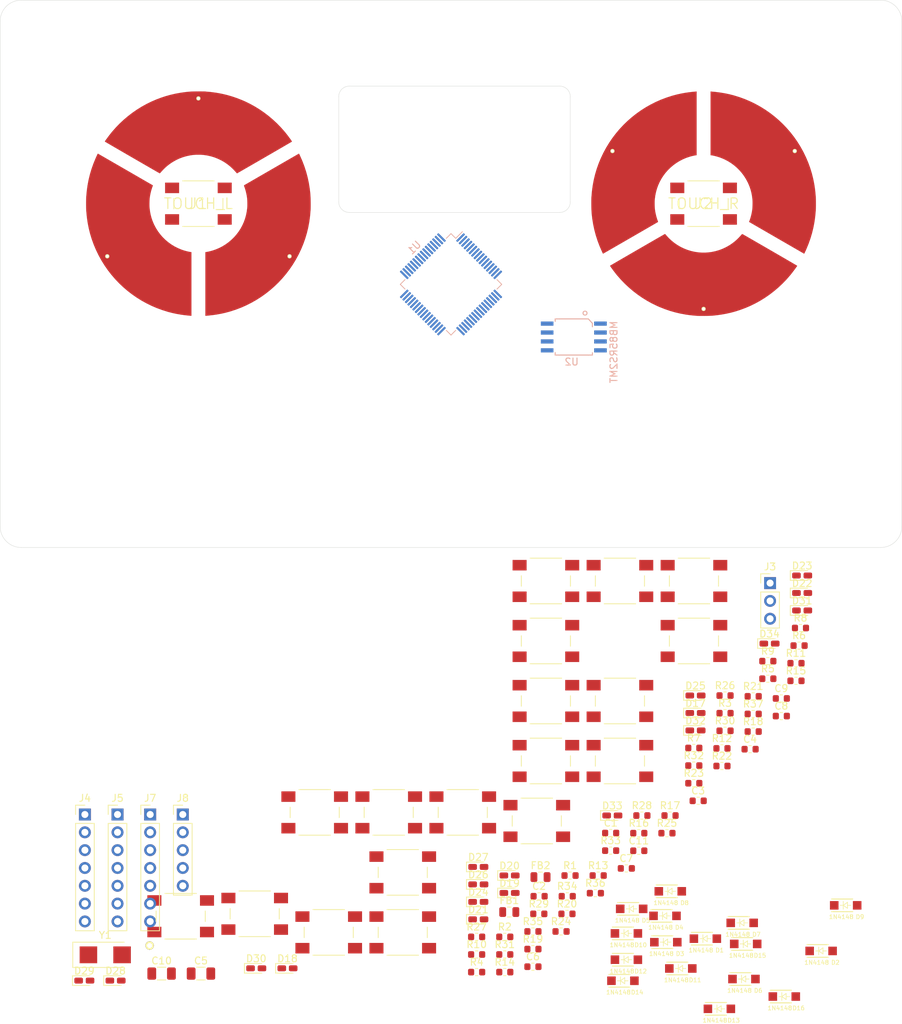
<source format=kicad_pcb>
(kicad_pcb (version 20171130) (host pcbnew "(5.1.4)-1")
  (layers (0 F.Cu signal) (31 B.Cu signal) (34 B.Paste user) (35 F.Paste user) (36 B.SilkS user) (37 F.SilkS user) (38 B.Mask user) (39 F.Mask user) (44 Edge.Cuts user))
  (net 0 "")
  (net 1 "Net-(C1-Pad1)")
  (net 2 GND)
  (net 3 /G5_I01)
  (net 4 /G1_I01)
  (net 5 +3.3VA)
  (net 6 +3V3)
  (net 7 "Net-(C6-Pad1)")
  (net 8 /G4_IO1)
  (net 9 "Net-(C8-Pad1)")
  (net 10 "Net-(C9-Pad1)")
  (net 11 "Net-(C10-Pad1)")
  (net 12 /BTN_A)
  (net 13 "Net-(D1-Pad1)")
  (net 14 "Net-(D2-Pad1)")
  (net 15 "Net-(D3-Pad1)")
  (net 16 "Net-(D4-Pad1)")
  (net 17 "Net-(D5-Pad1)")
  (net 18 /BTN_B)
  (net 19 "Net-(D6-Pad1)")
  (net 20 "Net-(D7-Pad1)")
  (net 21 "Net-(D8-Pad1)")
  (net 22 "Net-(D9-Pad1)")
  (net 23 /BTN_C)
  (net 24 "Net-(D10-Pad1)")
  (net 25 "Net-(D11-Pad1)")
  (net 26 "Net-(D12-Pad1)")
  (net 27 "Net-(D13-Pad1)")
  (net 28 /BTN_D)
  (net 29 "Net-(D14-Pad1)")
  (net 30 "Net-(D15-Pad1)")
  (net 31 "Net-(D16-Pad1)")
  (net 32 /LED_1)
  (net 33 /LED_A)
  (net 34 /LED_2)
  (net 35 /LED_3)
  (net 36 /LED_4)
  (net 37 /LED_B)
  (net 38 /LED_C)
  (net 39 /LED_D)
  (net 40 "Net-(D33-Pad2)")
  (net 41 "Net-(D34-Pad2)")
  (net 42 "Net-(J1-Pad3)")
  (net 43 "Net-(J1-Pad1)")
  (net 44 "Net-(J1-Pad2)")
  (net 45 "Net-(J2-Pad2)")
  (net 46 "Net-(J2-Pad1)")
  (net 47 "Net-(J2-Pad3)")
  (net 48 /~RESET_PNL)
  (net 49 /~RESET)
  (net 50 "Net-(J3-Pad3)")
  (net 51 "Net-(J4-Pad3)")
  (net 52 "Net-(J4-Pad4)")
  (net 53 /PANEL_ACK)
  (net 54 "Net-(J4-Pad6)")
  (net 55 /BOOT_PNL)
  (net 56 /TX_PNL)
  (net 57 /RX_PNL)
  (net 58 /CK_PNL)
  (net 59 "Net-(J6-Pad1)")
  (net 60 /SPI1_SCK)
  (net 61 /SPI1_MOSI)
  (net 62 /~OLED_RST)
  (net 63 /OLED_DC)
  (net 64 /~OLED_CS)
  (net 65 "Net-(J8-Pad2)")
  (net 66 "Net-(J8-Pad4)")
  (net 67 /G5_I02)
  (net 68 /G1_I04)
  (net 69 "Net-(R10-Pad2)")
  (net 70 /G5_I04)
  (net 71 /G1_I03)
  (net 72 /G5_I03)
  (net 73 /G1_I02)
  (net 74 /SPI1_MISO)
  (net 75 /~RAM_CS)
  (net 76 /G4_IO2)
  (net 77 "Net-(R19-Pad2)")
  (net 78 "Net-(R20-Pad2)")
  (net 79 "Net-(R24-Pad2)")
  (net 80 "Net-(R25-Pad2)")
  (net 81 "Net-(R26-Pad2)")
  (net 82 "Net-(R27-Pad2)")
  (net 83 "Net-(R28-Pad2)")
  (net 84 "Net-(R29-Pad2)")
  (net 85 "Net-(R30-Pad2)")
  (net 86 "Net-(R31-Pad2)")
  (net 87 "Net-(R32-Pad2)")
  (net 88 "Net-(R33-Pad2)")
  (net 89 "Net-(R34-Pad1)")
  (net 90 "Net-(R35-Pad1)")
  (net 91 /LED_RUN)
  (net 92 /LED_MODE)
  (net 93 /BTN_1)
  (net 94 /BTN_2)
  (net 95 /BTN_3)
  (net 96 /BTN_4)
  (net 97 /BTN_MODE)
  (net 98 /BTN_RUN)
  (net 99 /BTN_MINUS)
  (net 100 /BTN_PLUS)
  (net 101 "Net-(U1-Pad20)")
  (net 102 "Net-(U1-Pad28)")
  (net 103 "Net-(U1-Pad54)")
  (net 104 "Net-(U1-Pad62)")
  (module kicadlib:SW_PUSH_SMD (layer F.Cu) (at 105.375001 165.755001)
    (fp_text reference SW20 hide)
    (fp_text value SW_Push)
    (pad 1 smd rect (at 3.75 -2.25 90) (size 1.5 2) (layers F.Cu F.Paste F.Mask) (net 100 /BTN_PLUS))
    (pad 2 smd rect (at 3.75 2.25 90) (size 1.5 2) (layers F.Cu F.Paste F.Mask) (net 2 GND))
    (pad 1 smd rect (at -3.75 -2.25 90) (size 1.5 2) (layers F.Cu F.Paste F.Mask) (net 100 /BTN_PLUS))
    (pad 2 smd rect (at -3.75 2.25 90) (size 1.5 2) (layers F.Cu F.Paste F.Mask) (net 2 GND))
  )
  (module kicadlib:SW_PUSH_SMD (layer F.Cu) (at 127.775001 149.875001)
    (fp_text reference SW19 hide)
    (fp_text value SW_Push)
    (pad 1 smd rect (at 3.75 -2.25 90) (size 1.5 2) (layers F.Cu F.Paste F.Mask) (net 99 /BTN_MINUS))
    (pad 2 smd rect (at 3.75 2.25 90) (size 1.5 2) (layers F.Cu F.Paste F.Mask) (net 2 GND))
    (pad 1 smd rect (at -3.75 -2.25 90) (size 1.5 2) (layers F.Cu F.Paste F.Mask) (net 99 /BTN_MINUS))
    (pad 2 smd rect (at -3.75 2.25 90) (size 1.5 2) (layers F.Cu F.Paste F.Mask) (net 2 GND))
  )
  (module kicadlib:SW_PUSH_SMD (layer F.Cu) (at 150.25 79)
    (fp_text reference SW18 hide)
    (fp_text value SW_Push)
    (pad 1 smd rect (at 3.75 -2.25 90) (size 1.5 2) (layers F.Cu F.Paste F.Mask) (net 98 /BTN_RUN))
    (pad 2 smd rect (at 3.75 2.25 90) (size 1.5 2) (layers F.Cu F.Paste F.Mask) (net 2 GND))
    (pad 1 smd rect (at -3.75 -2.25 90) (size 1.5 2) (layers F.Cu F.Paste F.Mask) (net 98 /BTN_RUN))
    (pad 2 smd rect (at -3.75 2.25 90) (size 1.5 2) (layers F.Cu F.Paste F.Mask) (net 2 GND))
  )
  (module kicadlib:SW_PUSH_SMD (layer F.Cu) (at 78.25 79)
    (fp_text reference SW17 hide)
    (fp_text value SW_Push)
    (pad 1 smd rect (at 3.75 -2.25 90) (size 1.5 2) (layers F.Cu F.Paste F.Mask) (net 97 /BTN_MODE))
    (pad 2 smd rect (at 3.75 2.25 90) (size 1.5 2) (layers F.Cu F.Paste F.Mask) (net 2 GND))
    (pad 1 smd rect (at -3.75 -2.25 90) (size 1.5 2) (layers F.Cu F.Paste F.Mask) (net 97 /BTN_MODE))
    (pad 2 smd rect (at -3.75 2.25 90) (size 1.5 2) (layers F.Cu F.Paste F.Mask) (net 2 GND))
  )
  (module kicadlib:SW_PUSH_SMD (layer F.Cu) (at 148.875001 132.775001)
    (fp_text reference SW16 hide)
    (fp_text value SW_Push)
    (pad 1 smd rect (at 3.75 -2.25 90) (size 1.5 2) (layers F.Cu F.Paste F.Mask) (net 31 "Net-(D16-Pad1)"))
    (pad 2 smd rect (at 3.75 2.25 90) (size 1.5 2) (layers F.Cu F.Paste F.Mask) (net 96 /BTN_4))
    (pad 1 smd rect (at -3.75 -2.25 90) (size 1.5 2) (layers F.Cu F.Paste F.Mask) (net 31 "Net-(D16-Pad1)"))
    (pad 2 smd rect (at -3.75 2.25 90) (size 1.5 2) (layers F.Cu F.Paste F.Mask) (net 96 /BTN_4))
  )
  (module kicadlib:SW_PUSH_SMD (layer F.Cu) (at 96.825001 182.855001)
    (fp_text reference SW15 hide)
    (fp_text value SW_Push)
    (pad 1 smd rect (at 3.75 -2.25 90) (size 1.5 2) (layers F.Cu F.Paste F.Mask) (net 30 "Net-(D15-Pad1)"))
    (pad 2 smd rect (at 3.75 2.25 90) (size 1.5 2) (layers F.Cu F.Paste F.Mask) (net 95 /BTN_3))
    (pad 1 smd rect (at -3.75 -2.25 90) (size 1.5 2) (layers F.Cu F.Paste F.Mask) (net 30 "Net-(D15-Pad1)"))
    (pad 2 smd rect (at -3.75 2.25 90) (size 1.5 2) (layers F.Cu F.Paste F.Mask) (net 95 /BTN_3))
  )
  (module kicadlib:SW_PUSH_SMD (layer F.Cu) (at 86.275001 180.205001)
    (fp_text reference SW14 hide)
    (fp_text value SW_Push)
    (pad 1 smd rect (at 3.75 -2.25 90) (size 1.5 2) (layers F.Cu F.Paste F.Mask) (net 29 "Net-(D14-Pad1)"))
    (pad 2 smd rect (at 3.75 2.25 90) (size 1.5 2) (layers F.Cu F.Paste F.Mask) (net 94 /BTN_2))
    (pad 1 smd rect (at -3.75 -2.25 90) (size 1.5 2) (layers F.Cu F.Paste F.Mask) (net 29 "Net-(D14-Pad1)"))
    (pad 2 smd rect (at -3.75 2.25 90) (size 1.5 2) (layers F.Cu F.Paste F.Mask) (net 94 /BTN_2))
  )
  (module kicadlib:SW_PUSH_SMD (layer F.Cu) (at 127.775001 141.325001)
    (fp_text reference SW13 hide)
    (fp_text value SW_Push)
    (pad 1 smd rect (at 3.75 -2.25 90) (size 1.5 2) (layers F.Cu F.Paste F.Mask) (net 27 "Net-(D13-Pad1)"))
    (pad 2 smd rect (at 3.75 2.25 90) (size 1.5 2) (layers F.Cu F.Paste F.Mask) (net 93 /BTN_1))
    (pad 1 smd rect (at -3.75 -2.25 90) (size 1.5 2) (layers F.Cu F.Paste F.Mask) (net 27 "Net-(D13-Pad1)"))
    (pad 2 smd rect (at -3.75 2.25 90) (size 1.5 2) (layers F.Cu F.Paste F.Mask) (net 93 /BTN_1))
  )
  (module kicadlib:SW_PUSH_SMD (layer F.Cu) (at 94.825001 165.755001)
    (fp_text reference SW12 hide)
    (fp_text value SW_Push)
    (pad 1 smd rect (at 3.75 -2.25 90) (size 1.5 2) (layers F.Cu F.Paste F.Mask) (net 26 "Net-(D12-Pad1)"))
    (pad 2 smd rect (at 3.75 2.25 90) (size 1.5 2) (layers F.Cu F.Paste F.Mask) (net 96 /BTN_4))
    (pad 1 smd rect (at -3.75 -2.25 90) (size 1.5 2) (layers F.Cu F.Paste F.Mask) (net 26 "Net-(D12-Pad1)"))
    (pad 2 smd rect (at -3.75 2.25 90) (size 1.5 2) (layers F.Cu F.Paste F.Mask) (net 96 /BTN_4))
  )
  (module kicadlib:SW_PUSH_SMD (layer F.Cu) (at 138.325001 132.775001)
    (fp_text reference SW11 hide)
    (fp_text value SW_Push)
    (pad 1 smd rect (at 3.75 -2.25 90) (size 1.5 2) (layers F.Cu F.Paste F.Mask) (net 25 "Net-(D11-Pad1)"))
    (pad 2 smd rect (at 3.75 2.25 90) (size 1.5 2) (layers F.Cu F.Paste F.Mask) (net 95 /BTN_3))
    (pad 1 smd rect (at -3.75 -2.25 90) (size 1.5 2) (layers F.Cu F.Paste F.Mask) (net 25 "Net-(D11-Pad1)"))
    (pad 2 smd rect (at -3.75 2.25 90) (size 1.5 2) (layers F.Cu F.Paste F.Mask) (net 95 /BTN_3))
  )
  (module kicadlib:SW_PUSH_SMD (layer F.Cu) (at 127.775001 132.775001)
    (fp_text reference SW10 hide)
    (fp_text value SW_Push)
    (pad 1 smd rect (at 3.75 -2.25 90) (size 1.5 2) (layers F.Cu F.Paste F.Mask) (net 24 "Net-(D10-Pad1)"))
    (pad 2 smd rect (at 3.75 2.25 90) (size 1.5 2) (layers F.Cu F.Paste F.Mask) (net 94 /BTN_2))
    (pad 1 smd rect (at -3.75 -2.25 90) (size 1.5 2) (layers F.Cu F.Paste F.Mask) (net 24 "Net-(D10-Pad1)"))
    (pad 2 smd rect (at -3.75 2.25 90) (size 1.5 2) (layers F.Cu F.Paste F.Mask) (net 94 /BTN_2))
  )
  (module kicadlib:SW_PUSH_SMD (layer F.Cu) (at 115.925001 165.755001)
    (fp_text reference SW9 hide)
    (fp_text value SW_Push)
    (pad 1 smd rect (at 3.75 -2.25 90) (size 1.5 2) (layers F.Cu F.Paste F.Mask) (net 22 "Net-(D9-Pad1)"))
    (pad 2 smd rect (at 3.75 2.25 90) (size 1.5 2) (layers F.Cu F.Paste F.Mask) (net 93 /BTN_1))
    (pad 1 smd rect (at -3.75 -2.25 90) (size 1.5 2) (layers F.Cu F.Paste F.Mask) (net 22 "Net-(D9-Pad1)"))
    (pad 2 smd rect (at -3.75 2.25 90) (size 1.5 2) (layers F.Cu F.Paste F.Mask) (net 93 /BTN_1))
  )
  (module kicadlib:SW_PUSH_SMD (layer F.Cu) (at 127.775001 158.425001)
    (fp_text reference SW8 hide)
    (fp_text value SW_Push)
    (pad 1 smd rect (at 3.75 -2.25 90) (size 1.5 2) (layers F.Cu F.Paste F.Mask) (net 21 "Net-(D8-Pad1)"))
    (pad 2 smd rect (at 3.75 2.25 90) (size 1.5 2) (layers F.Cu F.Paste F.Mask) (net 96 /BTN_4))
    (pad 1 smd rect (at -3.75 -2.25 90) (size 1.5 2) (layers F.Cu F.Paste F.Mask) (net 21 "Net-(D8-Pad1)"))
    (pad 2 smd rect (at -3.75 2.25 90) (size 1.5 2) (layers F.Cu F.Paste F.Mask) (net 96 /BTN_4))
  )
  (module kicadlib:SW_PUSH_SMD (layer F.Cu) (at 75.725001 180.555001)
    (fp_text reference SW7 hide)
    (fp_text value SW_Push)
    (pad 1 smd rect (at 3.75 -2.25 90) (size 1.5 2) (layers F.Cu F.Paste F.Mask) (net 20 "Net-(D7-Pad1)"))
    (pad 2 smd rect (at 3.75 2.25 90) (size 1.5 2) (layers F.Cu F.Paste F.Mask) (net 95 /BTN_3))
    (pad 1 smd rect (at -3.75 -2.25 90) (size 1.5 2) (layers F.Cu F.Paste F.Mask) (net 20 "Net-(D7-Pad1)"))
    (pad 2 smd rect (at -3.75 2.25 90) (size 1.5 2) (layers F.Cu F.Paste F.Mask) (net 95 /BTN_3))
  )
  (module kicadlib:SW_PUSH_SMD (layer F.Cu) (at 107.375001 174.305001)
    (fp_text reference SW6 hide)
    (fp_text value SW_Push)
    (pad 1 smd rect (at 3.75 -2.25 90) (size 1.5 2) (layers F.Cu F.Paste F.Mask) (net 19 "Net-(D6-Pad1)"))
    (pad 2 smd rect (at 3.75 2.25 90) (size 1.5 2) (layers F.Cu F.Paste F.Mask) (net 94 /BTN_2))
    (pad 1 smd rect (at -3.75 -2.25 90) (size 1.5 2) (layers F.Cu F.Paste F.Mask) (net 19 "Net-(D6-Pad1)"))
    (pad 2 smd rect (at -3.75 2.25 90) (size 1.5 2) (layers F.Cu F.Paste F.Mask) (net 94 /BTN_2))
  )
  (module kicadlib:SW_PUSH_SMD (layer F.Cu) (at 138.325001 149.875001)
    (fp_text reference SW5 hide)
    (fp_text value SW_Push)
    (pad 1 smd rect (at 3.75 -2.25 90) (size 1.5 2) (layers F.Cu F.Paste F.Mask) (net 17 "Net-(D5-Pad1)"))
    (pad 2 smd rect (at 3.75 2.25 90) (size 1.5 2) (layers F.Cu F.Paste F.Mask) (net 93 /BTN_1))
    (pad 1 smd rect (at -3.75 -2.25 90) (size 1.5 2) (layers F.Cu F.Paste F.Mask) (net 17 "Net-(D5-Pad1)"))
    (pad 2 smd rect (at -3.75 2.25 90) (size 1.5 2) (layers F.Cu F.Paste F.Mask) (net 93 /BTN_1))
  )
  (module kicadlib:SW_PUSH_SMD (layer F.Cu) (at 148.875001 141.325001)
    (fp_text reference SW4 hide)
    (fp_text value SW_Push)
    (pad 1 smd rect (at 3.75 -2.25 90) (size 1.5 2) (layers F.Cu F.Paste F.Mask) (net 16 "Net-(D4-Pad1)"))
    (pad 2 smd rect (at 3.75 2.25 90) (size 1.5 2) (layers F.Cu F.Paste F.Mask) (net 96 /BTN_4))
    (pad 1 smd rect (at -3.75 -2.25 90) (size 1.5 2) (layers F.Cu F.Paste F.Mask) (net 16 "Net-(D4-Pad1)"))
    (pad 2 smd rect (at -3.75 2.25 90) (size 1.5 2) (layers F.Cu F.Paste F.Mask) (net 96 /BTN_4))
  )
  (module kicadlib:SW_PUSH_SMD (layer F.Cu) (at 107.375001 182.855001)
    (fp_text reference SW3 hide)
    (fp_text value SW_Push)
    (pad 1 smd rect (at 3.75 -2.25 90) (size 1.5 2) (layers F.Cu F.Paste F.Mask) (net 15 "Net-(D3-Pad1)"))
    (pad 2 smd rect (at 3.75 2.25 90) (size 1.5 2) (layers F.Cu F.Paste F.Mask) (net 95 /BTN_3))
    (pad 1 smd rect (at -3.75 -2.25 90) (size 1.5 2) (layers F.Cu F.Paste F.Mask) (net 15 "Net-(D3-Pad1)"))
    (pad 2 smd rect (at -3.75 2.25 90) (size 1.5 2) (layers F.Cu F.Paste F.Mask) (net 95 /BTN_3))
  )
  (module kicadlib:SW_PUSH_SMD (layer F.Cu) (at 126.475001 166.975001)
    (fp_text reference SW2 hide)
    (fp_text value SW_Push)
    (pad 1 smd rect (at 3.75 -2.25 90) (size 1.5 2) (layers F.Cu F.Paste F.Mask) (net 14 "Net-(D2-Pad1)"))
    (pad 2 smd rect (at 3.75 2.25 90) (size 1.5 2) (layers F.Cu F.Paste F.Mask) (net 94 /BTN_2))
    (pad 1 smd rect (at -3.75 -2.25 90) (size 1.5 2) (layers F.Cu F.Paste F.Mask) (net 14 "Net-(D2-Pad1)"))
    (pad 2 smd rect (at -3.75 2.25 90) (size 1.5 2) (layers F.Cu F.Paste F.Mask) (net 94 /BTN_2))
  )
  (module kicadlib:SW_PUSH_SMD (layer F.Cu) (at 138.325001 158.425001)
    (fp_text reference SW1 hide)
    (fp_text value SW_Push)
    (pad 1 smd rect (at 3.75 -2.25 90) (size 1.5 2) (layers F.Cu F.Paste F.Mask) (net 13 "Net-(D1-Pad1)"))
    (pad 2 smd rect (at 3.75 2.25 90) (size 1.5 2) (layers F.Cu F.Paste F.Mask) (net 93 /BTN_1))
    (pad 1 smd rect (at -3.75 -2.25 90) (size 1.5 2) (layers F.Cu F.Paste F.Mask) (net 13 "Net-(D1-Pad1)"))
    (pad 2 smd rect (at -3.75 2.25 90) (size 1.5 2) (layers F.Cu F.Paste F.Mask) (net 93 /BTN_1))
  )
  (module Capacitor_SMD:C_0603_1608Metric (layer F.Cu) (at 137.005001 168.695001)
    (fp_text reference C1 (at 0 -1.43) (layer F.SilkS))
    (fp_text value 1n)
    (pad 1 smd roundrect (at -0.7875 0) (size 0.875 0.95) (layers F.Cu F.Paste F.Mask) (net 1 "Net-(C1-Pad1)"))
    (pad 2 smd roundrect (at 0.7875 0) (size 0.875 0.95) (layers F.Cu F.Paste F.Mask) (net 2 GND))
  )
  (module Capacitor_SMD:C_0603_1608Metric (layer F.Cu) (at 126.805001 177.705001)
    (fp_text reference C2 (at 0 -1.43) (layer F.SilkS))
    (fp_text value 22n)
    (pad 2 smd roundrect (at 0.7875 0) (size 0.875 0.95) (layers F.Cu F.Paste F.Mask) (net 2 GND))
    (pad 1 smd roundrect (at -0.7875 0) (size 0.875 0.95) (layers F.Cu F.Paste F.Mask) (net 3 /G5_I01))
  )
  (module Capacitor_SMD:C_0603_1608Metric (layer F.Cu) (at 149.475001 164.105001)
    (fp_text reference C3 (at 0 -1.43) (layer F.SilkS))
    (fp_text value 22n)
    (pad 1 smd roundrect (at -0.7875 0) (size 0.875 0.95) (layers F.Cu F.Paste F.Mask) (net 2 GND))
    (pad 2 smd roundrect (at 0.7875 0) (size 0.875 0.95) (layers F.Cu F.Paste F.Mask) (net 4 /G1_I01))
  )
  (module Capacitor_SMD:C_0603_1608Metric (layer F.Cu) (at 156.875001 156.745001)
    (fp_text reference C4 (at 0 -1.43) (layer F.SilkS))
    (fp_text value 100n)
    (pad 1 smd roundrect (at -0.7875 0) (size 0.875 0.95) (layers F.Cu F.Paste F.Mask) (net 5 +3.3VA))
    (pad 2 smd roundrect (at 0.7875 0) (size 0.875 0.95) (layers F.Cu F.Paste F.Mask) (net 2 GND))
  )
  (module Capacitor_SMD:C_1206_3216Metric (layer F.Cu) (at 78.615001 188.725001)
    (fp_text reference C5 (at 0 -1.82) (layer F.SilkS))
    (fp_text value 1u)
    (pad 1 smd roundrect (at -1.4 0) (size 1.25 1.75) (layers F.Cu F.Paste F.Mask) (roundrect_rratio 0.2) (net 6 +3V3))
    (pad 2 smd roundrect (at 1.4 0) (size 1.25 1.75) (layers F.Cu F.Paste F.Mask) (roundrect_rratio 0.2) (net 2 GND))
  )
  (module Capacitor_SMD:C_0603_1608Metric (layer F.Cu) (at 125.925001 187.745001)
    (fp_text reference C6 (at 0 -1.43) (layer F.SilkS))
    (fp_text value 1n)
    (pad 2 smd roundrect (at 0.7875 0) (size 0.875 0.95) (layers F.Cu F.Paste F.Mask) (net 2 GND))
    (pad 1 smd roundrect (at -0.7875 0) (size 0.875 0.95) (layers F.Cu F.Paste F.Mask) (net 7 "Net-(C6-Pad1)"))
  )
  (module Capacitor_SMD:C_0603_1608Metric (layer F.Cu) (at 139.235001 173.735001)
    (fp_text reference C7 (at 0 -1.43) (layer F.SilkS))
    (fp_text value 22n)
    (pad 1 smd roundrect (at -0.7875 0) (size 0.875 0.95) (layers F.Cu F.Paste F.Mask) (net 8 /G4_IO1))
    (pad 2 smd roundrect (at 0.7875 0) (size 0.875 0.95) (layers F.Cu F.Paste F.Mask) (net 2 GND))
  )
  (module Capacitor_SMD:C_0603_1608Metric (layer F.Cu) (at 161.325001 152.025001)
    (fp_text reference C8 (at 0 -1.43) (layer F.SilkS))
    (fp_text value 18p)
    (pad 2 smd roundrect (at 0.7875 0) (size 0.875 0.95) (layers F.Cu F.Paste F.Mask) (net 2 GND))
    (pad 1 smd roundrect (at -0.7875 0) (size 0.875 0.95) (layers F.Cu F.Paste F.Mask) (net 9 "Net-(C8-Pad1)"))
  )
  (module Capacitor_SMD:C_0603_1608Metric (layer F.Cu) (at 161.325001 149.515001)
    (fp_text reference C9 (at 0 -1.43) (layer F.SilkS))
    (fp_text value 18p)
    (pad 2 smd roundrect (at 0.7875 0) (size 0.875 0.95) (layers F.Cu F.Paste F.Mask) (net 2 GND))
    (pad 1 smd roundrect (at -0.7875 0) (size 0.875 0.95) (layers F.Cu F.Paste F.Mask) (net 10 "Net-(C9-Pad1)"))
  )
  (module Capacitor_SMD:C_1206_3216Metric (layer F.Cu) (at 73.005001 188.725001)
    (fp_text reference C10 (at 0 -1.82) (layer F.SilkS))
    (fp_text value 22u)
    (pad 2 smd roundrect (at 1.4 0) (size 1.25 1.75) (layers F.Cu F.Paste F.Mask) (roundrect_rratio 0.2) (net 2 GND))
    (pad 1 smd roundrect (at -1.4 0) (size 1.25 1.75) (layers F.Cu F.Paste F.Mask) (roundrect_rratio 0.2) (net 11 "Net-(C10-Pad1)"))
  )
  (module Capacitor_SMD:C_0603_1608Metric (layer F.Cu) (at 141.015001 171.225001)
    (fp_text reference C11 (at 0 -1.43) (layer F.SilkS))
    (fp_text value 100n)
    (pad 1 smd roundrect (at -0.7875 0) (size 0.875 0.95) (layers F.Cu F.Paste F.Mask) (net 6 +3V3))
    (pad 2 smd roundrect (at 0.7875 0) (size 0.875 0.95) (layers F.Cu F.Paste F.Mask) (net 2 GND))
  )
  (module kicadlib:SOD-123_mod2 (layer F.Cu) (at 150.5 183.75)
    (fp_text reference D1 (at 2.032 1.651) (layer F.SilkS) (effects (font (size 0.6 0.6) (thickness 0.1))))
    (fp_text value 1N4148 (at -0.635 1.651) (layer F.SilkS) (effects (font (size 0.6 0.6) (thickness 0.1))))
    (pad 2 smd rect (at 1.635 0) (size 1.22 1.22) (layers F.Cu F.Paste F.Mask) (net 12 /BTN_A))
    (pad 1 smd rect (at -1.635 0) (size 1.22 1.22) (layers F.Cu F.Paste F.Mask) (net 13 "Net-(D1-Pad1)"))
  )
  (module kicadlib:SOD-123_mod2 (layer F.Cu) (at 167 185.5)
    (fp_text reference D2 (at 2.032 1.651) (layer F.SilkS) (effects (font (size 0.6 0.6) (thickness 0.1))))
    (fp_text value 1N4148 (at -0.635 1.651) (layer F.SilkS) (effects (font (size 0.6 0.6) (thickness 0.1))))
    (pad 2 smd rect (at 1.635 0) (size 1.22 1.22) (layers F.Cu F.Paste F.Mask) (net 12 /BTN_A))
    (pad 1 smd rect (at -1.635 0) (size 1.22 1.22) (layers F.Cu F.Paste F.Mask) (net 14 "Net-(D2-Pad1)"))
  )
  (module kicadlib:SOD-123_mod2 (layer F.Cu) (at 144.865 184.25)
    (fp_text reference D3 (at 2.032 1.651) (layer F.SilkS) (effects (font (size 0.6 0.6) (thickness 0.1))))
    (fp_text value 1N4148 (at -0.635 1.651) (layer F.SilkS) (effects (font (size 0.6 0.6) (thickness 0.1))))
    (pad 2 smd rect (at 1.635 0) (size 1.22 1.22) (layers F.Cu F.Paste F.Mask) (net 12 /BTN_A))
    (pad 1 smd rect (at -1.635 0) (size 1.22 1.22) (layers F.Cu F.Paste F.Mask) (net 15 "Net-(D3-Pad1)"))
  )
  (module kicadlib:SOD-123_mod2 (layer F.Cu) (at 144.75 180.5)
    (fp_text reference D4 (at 2.032 1.651) (layer F.SilkS) (effects (font (size 0.6 0.6) (thickness 0.1))))
    (fp_text value 1N4148 (at -0.635 1.651) (layer F.SilkS) (effects (font (size 0.6 0.6) (thickness 0.1))))
    (pad 2 smd rect (at 1.635 0) (size 1.22 1.22) (layers F.Cu F.Paste F.Mask) (net 12 /BTN_A))
    (pad 1 smd rect (at -1.635 0) (size 1.22 1.22) (layers F.Cu F.Paste F.Mask) (net 16 "Net-(D4-Pad1)"))
  )
  (module kicadlib:SOD-123_mod2 (layer F.Cu) (at 140 179.5)
    (fp_text reference D5 (at 2.032 1.651) (layer F.SilkS) (effects (font (size 0.6 0.6) (thickness 0.1))))
    (fp_text value 1N4148 (at -0.635 1.651) (layer F.SilkS) (effects (font (size 0.6 0.6) (thickness 0.1))))
    (pad 1 smd rect (at -1.635 0) (size 1.22 1.22) (layers F.Cu F.Paste F.Mask) (net 17 "Net-(D5-Pad1)"))
    (pad 2 smd rect (at 1.635 0) (size 1.22 1.22) (layers F.Cu F.Paste F.Mask) (net 18 /BTN_B))
  )
  (module kicadlib:SOD-123_mod2 (layer F.Cu) (at 156 189.5)
    (fp_text reference D6 (at 2.032 1.651) (layer F.SilkS) (effects (font (size 0.6 0.6) (thickness 0.1))))
    (fp_text value 1N4148 (at -0.635 1.651) (layer F.SilkS) (effects (font (size 0.6 0.6) (thickness 0.1))))
    (pad 1 smd rect (at -1.635 0) (size 1.22 1.22) (layers F.Cu F.Paste F.Mask) (net 19 "Net-(D6-Pad1)"))
    (pad 2 smd rect (at 1.635 0) (size 1.22 1.22) (layers F.Cu F.Paste F.Mask) (net 18 /BTN_B))
  )
  (module kicadlib:SOD-123_mod2 (layer F.Cu) (at 155.75 181.5)
    (fp_text reference D7 (at 2.032 1.651) (layer F.SilkS) (effects (font (size 0.6 0.6) (thickness 0.1))))
    (fp_text value 1N4148 (at -0.635 1.651) (layer F.SilkS) (effects (font (size 0.6 0.6) (thickness 0.1))))
    (pad 2 smd rect (at 1.635 0) (size 1.22 1.22) (layers F.Cu F.Paste F.Mask) (net 18 /BTN_B))
    (pad 1 smd rect (at -1.635 0) (size 1.22 1.22) (layers F.Cu F.Paste F.Mask) (net 20 "Net-(D7-Pad1)"))
  )
  (module kicadlib:SOD-123_mod2 (layer F.Cu) (at 145.5 177)
    (fp_text reference D8 (at 2.032 1.651) (layer F.SilkS) (effects (font (size 0.6 0.6) (thickness 0.1))))
    (fp_text value 1N4148 (at -0.635 1.651) (layer F.SilkS) (effects (font (size 0.6 0.6) (thickness 0.1))))
    (pad 2 smd rect (at 1.635 0) (size 1.22 1.22) (layers F.Cu F.Paste F.Mask) (net 18 /BTN_B))
    (pad 1 smd rect (at -1.635 0) (size 1.22 1.22) (layers F.Cu F.Paste F.Mask) (net 21 "Net-(D8-Pad1)"))
  )
  (module kicadlib:SOD-123_mod2 (layer F.Cu) (at 170.5 179)
    (fp_text reference D9 (at 2.032 1.651) (layer F.SilkS) (effects (font (size 0.6 0.6) (thickness 0.1))))
    (fp_text value 1N4148 (at -0.635 1.651) (layer F.SilkS) (effects (font (size 0.6 0.6) (thickness 0.1))))
    (pad 1 smd rect (at -1.635 0) (size 1.22 1.22) (layers F.Cu F.Paste F.Mask) (net 22 "Net-(D9-Pad1)"))
    (pad 2 smd rect (at 1.635 0) (size 1.22 1.22) (layers F.Cu F.Paste F.Mask) (net 23 /BTN_C))
  )
  (module kicadlib:SOD-123_mod2 (layer F.Cu) (at 139.25 183)
    (fp_text reference D10 (at 2.032 1.651) (layer F.SilkS) (effects (font (size 0.6 0.6) (thickness 0.1))))
    (fp_text value 1N4148 (at -0.635 1.651) (layer F.SilkS) (effects (font (size 0.6 0.6) (thickness 0.1))))
    (pad 1 smd rect (at -1.635 0) (size 1.22 1.22) (layers F.Cu F.Paste F.Mask) (net 24 "Net-(D10-Pad1)"))
    (pad 2 smd rect (at 1.635 0) (size 1.22 1.22) (layers F.Cu F.Paste F.Mask) (net 23 /BTN_C))
  )
  (module kicadlib:SOD-123_mod2 (layer F.Cu) (at 147 188)
    (fp_text reference D11 (at 2.032 1.651) (layer F.SilkS) (effects (font (size 0.6 0.6) (thickness 0.1))))
    (fp_text value 1N4148 (at -0.635 1.651) (layer F.SilkS) (effects (font (size 0.6 0.6) (thickness 0.1))))
    (pad 2 smd rect (at 1.635 0) (size 1.22 1.22) (layers F.Cu F.Paste F.Mask) (net 23 /BTN_C))
    (pad 1 smd rect (at -1.635 0) (size 1.22 1.22) (layers F.Cu F.Paste F.Mask) (net 25 "Net-(D11-Pad1)"))
  )
  (module kicadlib:SOD-123_mod2 (layer F.Cu) (at 139.25 186.75)
    (fp_text reference D12 (at 2.032 1.651) (layer F.SilkS) (effects (font (size 0.6 0.6) (thickness 0.1))))
    (fp_text value 1N4148 (at -0.635 1.651) (layer F.SilkS) (effects (font (size 0.6 0.6) (thickness 0.1))))
    (pad 1 smd rect (at -1.635 0) (size 1.22 1.22) (layers F.Cu F.Paste F.Mask) (net 26 "Net-(D12-Pad1)"))
    (pad 2 smd rect (at 1.635 0) (size 1.22 1.22) (layers F.Cu F.Paste F.Mask) (net 23 /BTN_C))
  )
  (module kicadlib:SOD-123_mod2 (layer F.Cu) (at 152.5 193.75)
    (fp_text reference D13 (at 2.032 1.651) (layer F.SilkS) (effects (font (size 0.6 0.6) (thickness 0.1))))
    (fp_text value 1N4148 (at -0.635 1.651) (layer F.SilkS) (effects (font (size 0.6 0.6) (thickness 0.1))))
    (pad 1 smd rect (at -1.635 0) (size 1.22 1.22) (layers F.Cu F.Paste F.Mask) (net 27 "Net-(D13-Pad1)"))
    (pad 2 smd rect (at 1.635 0) (size 1.22 1.22) (layers F.Cu F.Paste F.Mask) (net 28 /BTN_D))
  )
  (module kicadlib:SOD-123_mod2 (layer F.Cu) (at 138.75 189.75)
    (fp_text reference D14 (at 2.032 1.651) (layer F.SilkS) (effects (font (size 0.6 0.6) (thickness 0.1))))
    (fp_text value 1N4148 (at -0.635 1.651) (layer F.SilkS) (effects (font (size 0.6 0.6) (thickness 0.1))))
    (pad 1 smd rect (at -1.635 0) (size 1.22 1.22) (layers F.Cu F.Paste F.Mask) (net 29 "Net-(D14-Pad1)"))
    (pad 2 smd rect (at 1.635 0) (size 1.22 1.22) (layers F.Cu F.Paste F.Mask) (net 28 /BTN_D))
  )
  (module kicadlib:SOD-123_mod2 (layer F.Cu) (at 156.25 184.5)
    (fp_text reference D15 (at 2.032 1.651) (layer F.SilkS) (effects (font (size 0.6 0.6) (thickness 0.1))))
    (fp_text value 1N4148 (at -0.635 1.651) (layer F.SilkS) (effects (font (size 0.6 0.6) (thickness 0.1))))
    (pad 1 smd rect (at -1.635 0) (size 1.22 1.22) (layers F.Cu F.Paste F.Mask) (net 30 "Net-(D15-Pad1)"))
    (pad 2 smd rect (at 1.635 0) (size 1.22 1.22) (layers F.Cu F.Paste F.Mask) (net 28 /BTN_D))
  )
  (module kicadlib:SOD-123_mod2 (layer F.Cu) (at 161.75 192)
    (fp_text reference D16 (at 2.032 1.651) (layer F.SilkS) (effects (font (size 0.6 0.6) (thickness 0.1))))
    (fp_text value 1N4148 (at -0.635 1.651) (layer F.SilkS) (effects (font (size 0.6 0.6) (thickness 0.1))))
    (pad 2 smd rect (at 1.635 0) (size 1.22 1.22) (layers F.Cu F.Paste F.Mask) (net 28 /BTN_D))
    (pad 1 smd rect (at -1.635 0) (size 1.22 1.22) (layers F.Cu F.Paste F.Mask) (net 31 "Net-(D16-Pad1)"))
  )
  (module LED_SMD:LED_0603_1608Metric_Castellated (layer F.Cu) (at 149.095001 151.585001)
    (fp_text reference D17 (at 0 -1.38) (layer F.SilkS))
    (fp_text value LED)
    (pad 1 smd roundrect (at -0.8125 0) (size 1.225 0.85) (layers F.Cu F.Paste F.Mask) (net 32 /LED_1))
    (pad 2 smd roundrect (at 0.8125 0) (size 1.225 0.85) (layers F.Cu F.Paste F.Mask) (net 33 /LED_A))
  )
  (module LED_SMD:LED_0603_1608Metric_Castellated (layer F.Cu) (at 90.945001 187.975001)
    (fp_text reference D18 (at 0 -1.38) (layer F.SilkS))
    (fp_text value LED)
    (pad 1 smd roundrect (at -0.8125 0) (size 1.225 0.85) (layers F.Cu F.Paste F.Mask) (net 34 /LED_2))
    (pad 2 smd roundrect (at 0.8125 0) (size 1.225 0.85) (layers F.Cu F.Paste F.Mask) (net 33 /LED_A))
  )
  (module LED_SMD:LED_0603_1608Metric_Castellated (layer F.Cu) (at 122.595001 177.235001)
    (fp_text reference D19 (at 0 -1.38) (layer F.SilkS))
    (fp_text value LED)
    (pad 2 smd roundrect (at 0.8125 0) (size 1.225 0.85) (layers F.Cu F.Paste F.Mask) (net 33 /LED_A))
    (pad 1 smd roundrect (at -0.8125 0) (size 1.225 0.85) (layers F.Cu F.Paste F.Mask) (net 35 /LED_3))
  )
  (module LED_SMD:LED_0603_1608Metric_Castellated (layer F.Cu) (at 122.595001 174.745001)
    (fp_text reference D20 (at 0 -1.38) (layer F.SilkS))
    (fp_text value LED)
    (pad 1 smd roundrect (at -0.8125 0) (size 1.225 0.85) (layers F.Cu F.Paste F.Mask) (net 36 /LED_4))
    (pad 2 smd roundrect (at 0.8125 0) (size 1.225 0.85) (layers F.Cu F.Paste F.Mask) (net 33 /LED_A))
  )
  (module LED_SMD:LED_0603_1608Metric_Castellated (layer F.Cu) (at 118.145001 180.995001)
    (fp_text reference D21 (at 0 -1.38) (layer F.SilkS))
    (fp_text value LED)
    (pad 2 smd roundrect (at 0.8125 0) (size 1.225 0.85) (layers F.Cu F.Paste F.Mask) (net 37 /LED_B))
    (pad 1 smd roundrect (at -0.8125 0) (size 1.225 0.85) (layers F.Cu F.Paste F.Mask) (net 32 /LED_1))
  )
  (module LED_SMD:LED_0603_1608Metric_Castellated (layer F.Cu) (at 164.295001 134.485001)
    (fp_text reference D22 (at 0 -1.38) (layer F.SilkS))
    (fp_text value LED)
    (pad 1 smd roundrect (at -0.8125 0) (size 1.225 0.85) (layers F.Cu F.Paste F.Mask) (net 34 /LED_2))
    (pad 2 smd roundrect (at 0.8125 0) (size 1.225 0.85) (layers F.Cu F.Paste F.Mask) (net 37 /LED_B))
  )
  (module LED_SMD:LED_0603_1608Metric_Castellated (layer F.Cu) (at 164.295001 131.995001)
    (fp_text reference D23 (at 0 -1.38) (layer F.SilkS))
    (fp_text value LED)
    (pad 2 smd roundrect (at 0.8125 0) (size 1.225 0.85) (layers F.Cu F.Paste F.Mask) (net 37 /LED_B))
    (pad 1 smd roundrect (at -0.8125 0) (size 1.225 0.85) (layers F.Cu F.Paste F.Mask) (net 35 /LED_3))
  )
  (module LED_SMD:LED_0603_1608Metric_Castellated (layer F.Cu) (at 118.145001 178.505001)
    (fp_text reference D24 (at 0 -1.38) (layer F.SilkS))
    (fp_text value LED)
    (pad 1 smd roundrect (at -0.8125 0) (size 1.225 0.85) (layers F.Cu F.Paste F.Mask) (net 36 /LED_4))
    (pad 2 smd roundrect (at 0.8125 0) (size 1.225 0.85) (layers F.Cu F.Paste F.Mask) (net 37 /LED_B))
  )
  (module LED_SMD:LED_0603_1608Metric_Castellated (layer F.Cu) (at 149.095001 149.095001)
    (fp_text reference D25 (at 0 -1.38) (layer F.SilkS))
    (fp_text value LED)
    (pad 2 smd roundrect (at 0.8125 0) (size 1.225 0.85) (layers F.Cu F.Paste F.Mask) (net 38 /LED_C))
    (pad 1 smd roundrect (at -0.8125 0) (size 1.225 0.85) (layers F.Cu F.Paste F.Mask) (net 32 /LED_1))
  )
  (module LED_SMD:LED_0603_1608Metric_Castellated (layer F.Cu) (at 118.145001 176.015001)
    (fp_text reference D26 (at 0 -1.38) (layer F.SilkS))
    (fp_text value LED)
    (pad 1 smd roundrect (at -0.8125 0) (size 1.225 0.85) (layers F.Cu F.Paste F.Mask) (net 34 /LED_2))
    (pad 2 smd roundrect (at 0.8125 0) (size 1.225 0.85) (layers F.Cu F.Paste F.Mask) (net 38 /LED_C))
  )
  (module LED_SMD:LED_0603_1608Metric_Castellated (layer F.Cu) (at 118.145001 173.525001)
    (fp_text reference D27 (at 0 -1.38) (layer F.SilkS))
    (fp_text value LED)
    (pad 2 smd roundrect (at 0.8125 0) (size 1.225 0.85) (layers F.Cu F.Paste F.Mask) (net 38 /LED_C))
    (pad 1 smd roundrect (at -0.8125 0) (size 1.225 0.85) (layers F.Cu F.Paste F.Mask) (net 35 /LED_3))
  )
  (module LED_SMD:LED_0603_1608Metric_Castellated (layer F.Cu) (at 66.445001 189.725001)
    (fp_text reference D28 (at 0 -1.38) (layer F.SilkS))
    (fp_text value LED)
    (pad 2 smd roundrect (at 0.8125 0) (size 1.225 0.85) (layers F.Cu F.Paste F.Mask) (net 38 /LED_C))
    (pad 1 smd roundrect (at -0.8125 0) (size 1.225 0.85) (layers F.Cu F.Paste F.Mask) (net 36 /LED_4))
  )
  (module LED_SMD:LED_0603_1608Metric_Castellated (layer F.Cu) (at 61.995001 189.725001)
    (fp_text reference D29 (at 0 -1.38) (layer F.SilkS))
    (fp_text value LED)
    (pad 2 smd roundrect (at 0.8125 0) (size 1.225 0.85) (layers F.Cu F.Paste F.Mask) (net 39 /LED_D))
    (pad 1 smd roundrect (at -0.8125 0) (size 1.225 0.85) (layers F.Cu F.Paste F.Mask) (net 32 /LED_1))
  )
  (module LED_SMD:LED_0603_1608Metric_Castellated (layer F.Cu) (at 86.495001 187.975001)
    (fp_text reference D30 (at 0 -1.38) (layer F.SilkS))
    (fp_text value LED)
    (pad 1 smd roundrect (at -0.8125 0) (size 1.225 0.85) (layers F.Cu F.Paste F.Mask) (net 34 /LED_2))
    (pad 2 smd roundrect (at 0.8125 0) (size 1.225 0.85) (layers F.Cu F.Paste F.Mask) (net 39 /LED_D))
  )
  (module LED_SMD:LED_0603_1608Metric_Castellated (layer F.Cu) (at 164.295001 136.975001)
    (fp_text reference D31 (at 0 -1.38) (layer F.SilkS))
    (fp_text value LED)
    (pad 2 smd roundrect (at 0.8125 0) (size 1.225 0.85) (layers F.Cu F.Paste F.Mask) (net 39 /LED_D))
    (pad 1 smd roundrect (at -0.8125 0) (size 1.225 0.85) (layers F.Cu F.Paste F.Mask) (net 35 /LED_3))
  )
  (module LED_SMD:LED_0603_1608Metric_Castellated (layer F.Cu) (at 149.095001 154.075001)
    (fp_text reference D32 (at 0 -1.38) (layer F.SilkS))
    (fp_text value LED)
    (pad 1 smd roundrect (at -0.8125 0) (size 1.225 0.85) (layers F.Cu F.Paste F.Mask) (net 36 /LED_4))
    (pad 2 smd roundrect (at 0.8125 0) (size 1.225 0.85) (layers F.Cu F.Paste F.Mask) (net 39 /LED_D))
  )
  (module LED_SMD:LED_0603_1608Metric_Castellated (layer F.Cu) (at 137.245001 166.195001)
    (fp_text reference D33 (at 0 -1.38) (layer F.SilkS))
    (fp_text value LED)
    (pad 2 smd roundrect (at 0.8125 0) (size 1.225 0.85) (layers F.Cu F.Paste F.Mask) (net 40 "Net-(D33-Pad2)"))
    (pad 1 smd roundrect (at -0.8125 0) (size 1.225 0.85) (layers F.Cu F.Paste F.Mask) (net 2 GND))
  )
  (module LED_SMD:LED_0603_1608Metric_Castellated (layer F.Cu) (at 159.645001 141.695001)
    (fp_text reference D34 (at 0 -1.38) (layer F.SilkS))
    (fp_text value LED)
    (pad 1 smd roundrect (at -0.8125 0) (size 1.225 0.85) (layers F.Cu F.Paste F.Mask) (net 2 GND))
    (pad 2 smd roundrect (at 0.8125 0) (size 1.225 0.85) (layers F.Cu F.Paste F.Mask) (net 41 "Net-(D34-Pad2)"))
  )
  (module Resistor_SMD:R_0805_2012Metric (layer F.Cu) (at 122.555001 179.955001)
    (fp_text reference FB1 (at 0 -1.65) (layer F.SilkS))
    (fp_text value Ferrite_Bead)
    (pad 1 smd roundrect (at -0.9375 0) (size 0.975 1.4) (layers F.Cu F.Paste F.Mask) (net 5 +3.3VA))
    (pad 2 smd roundrect (at 0.9375 0) (size 0.975 1.4) (layers F.Cu F.Paste F.Mask) (net 6 +3V3))
  )
  (module Resistor_SMD:R_0805_2012Metric (layer F.Cu) (at 127.005001 174.975001)
    (fp_text reference FB2 (at 0 -1.65) (layer F.SilkS))
    (fp_text value Ferrite_Bead)
    (pad 2 smd roundrect (at 0.9375 0) (size 0.975 1.4) (layers F.Cu F.Paste F.Mask) (net 6 +3V3))
    (pad 1 smd roundrect (at -0.9375 0) (size 0.975 1.4) (layers F.Cu F.Paste F.Mask) (net 11 "Net-(C10-Pad1)"))
  )
  (module kicadlib:CassettePad (layer F.Cu) (at 78.25 79 180)
    (fp_text reference J1 (at 0 0) (layer F.SilkS) (effects (font (size 1.524 1.524))))
    (fp_text value TOUCH_L (at 0 0) (layer F.SilkS) (effects (font (size 1.524 1.524))))
    (fp_poly (pts (xy -5.482704 4.33326) (xy -5.443333 4.374681) (xy -5.388342 4.436079) (xy -5.323477 4.511186) (xy -5.321264 4.513792) (xy -4.957327 4.910534) (xy -4.567477 5.275172) (xy -4.153909 5.6069) (xy -3.718817 5.90491) (xy -3.264395 6.168396) (xy -2.792837 6.39655) (xy -2.306337 6.588565) (xy -1.80709 6.743635) (xy -1.29729 6.860953) (xy -0.779132 6.939711) (xy -0.254809 6.979102) (xy 0.273485 6.978321) (xy 0.803554 6.936559) (xy 1.137106 6.888898) (xy 1.671478 6.778765) (xy 2.187106 6.630874) (xy 2.685554 6.44461) (xy 3.168383 6.21936) (xy 3.637159 5.954508) (xy 3.831166 5.830696) (xy 4.153554 5.605986) (xy 4.454184 5.370785) (xy 4.740992 5.117998) (xy 5.021911 4.840528) (xy 5.304875 4.531283) (xy 5.375723 4.449507) (xy 5.440872 4.379166) (xy 5.490263 4.337579) (xy 5.519883 4.327944) (xy 5.544442 4.34088) (xy 5.60324 4.373712) (xy 5.694224 4.425252) (xy 5.815346 4.494313) (xy 5.964554 4.579709) (xy 6.139796 4.68025) (xy 6.339024 4.794752) (xy 6.560184 4.922025) (xy 6.801228 5.060883) (xy 7.060104 5.210139) (xy 7.334761 5.368605) (xy 7.623149 5.535094) (xy 7.923217 5.70842) (xy 8.232914 5.887394) (xy 8.550189 6.070829) (xy 8.872992 6.257539) (xy 9.199271 6.446336) (xy 9.526977 6.636032) (xy 9.854058 6.825441) (xy 10.178464 7.013376) (xy 10.498143 7.198648) (xy 10.811046 7.380071) (xy 11.115121 7.556457) (xy 11.408317 7.72662) (xy 11.688584 7.889372) (xy 11.953871 8.043526) (xy 12.202128 8.187894) (xy 12.431303 8.32129) (xy 12.639345 8.442526) (xy 12.824205 8.550415) (xy 12.983831 8.643769) (xy 13.116172 8.721402) (xy 13.219178 8.782125) (xy 13.290798 8.824753) (xy 13.328982 8.848098) (xy 13.335 8.852329) (xy 13.322442 8.881074) (xy 13.286843 8.938899) (xy 13.231314 9.021598) (xy 13.158968 9.12496) (xy 13.072915 9.244779) (xy 12.976267 9.376846) (xy 12.872136 9.516953) (xy 12.763634 9.660891) (xy 12.653871 9.804453) (xy 12.54596 9.943431) (xy 12.443012 10.073616) (xy 12.348139 10.1908) (xy 12.321128 10.2235) (xy 11.795588 10.824367) (xy 11.238921 11.399742) (xy 10.653625 11.947709) (xy 10.042197 12.466356) (xy 9.407135 12.953767) (xy 8.750937 13.40803) (xy 8.076099 13.827229) (xy 7.385119 14.209451) (xy 6.680494 14.552782) (xy 6.660955 14.561653) (xy 5.990566 14.849289) (xy 5.323578 15.102417) (xy 4.654395 15.322489) (xy 3.977427 15.510958) (xy 3.287079 15.669276) (xy 2.577758 15.798894) (xy 1.843872 15.901266) (xy 1.27 15.961399) (xy 1.180213 15.967476) (xy 1.054307 15.973017) (xy 0.898493 15.977968) (xy 0.718984 15.982276) (xy 0.52199 15.985888) (xy 0.313724 15.988751) (xy 0.100396 15.990811) (xy -0.111782 15.992015) (xy -0.316598 15.99231) (xy -0.50784 15.991643) (xy -0.679298 15.989961) (xy -0.824759 15.987209) (xy -0.938012 15.983336) (xy -0.98425 15.980713) (xy -1.78726 15.907547) (xy -2.566563 15.80145) (xy -3.326282 15.66139) (xy -4.070539 15.486339) (xy -4.803455 15.275264) (xy -5.529153 15.027136) (xy -6.251755 14.740925) (xy -6.660956 14.561653) (xy -7.36592 14.219418) (xy -8.057309 13.83824) (xy -8.732624 13.420031) (xy -9.389368 12.966707) (xy -10.025044 12.480181) (xy -10.637155 11.962368) (xy -11.223203 11.415181) (xy -11.78069 10.840534) (xy -12.30712 10.240342) (xy -12.321129 10.2235) (xy -12.421704 10.100456) (xy -12.529171 9.96551) (xy -12.640567 9.822701) (xy -12.752931 9.676063) (xy -12.863302 9.529633) (xy -12.968717 9.387447) (xy -13.066216 9.253543) (xy -13.152836 9.131955) (xy -13.225616 9.026721) (xy -13.281594 8.941878) (xy -13.317809 8.88146) (xy -13.331298 8.849505) (xy -13.331078 8.84707) (xy -13.312539 8.835113) (xy -13.259374 8.803201) (xy -13.173638 8.752521) (xy -13.057382 8.68426) (xy -12.912658 8.599604) (xy -12.741518 8.49974) (xy -12.546013 8.385856) (xy -12.328196 8.259137) (xy -12.09012 8.120772) (xy -11.833835 7.971946) (xy -11.561394 7.813847) (xy -11.274848 7.647661) (xy -10.976251 7.474576) (xy -10.667653 7.295778) (xy -10.351108 7.112453) (xy -10.028666 6.92579) (xy -9.702379 6.736974) (xy -9.374301 6.547193) (xy -9.046482 6.357633) (xy -8.720975 6.169481) (xy -8.399832 5.983924) (xy -8.085105 5.80215) (xy -7.778845 5.625344) (xy -7.483105 5.454693) (xy -7.199937 5.291385) (xy -6.931392 5.136606) (xy -6.679523 4.991543) (xy -6.446382 4.857384) (xy -6.234021 4.735314) (xy -6.044491 4.62652) (xy -5.879845 4.53219) (xy -5.742134 4.453511) (xy -5.633411 4.391669) (xy -5.555728 4.34785) (xy -5.511136 4.323243) (xy -5.500707 4.318084) (xy -5.482704 4.33326)) (layer F.Cu) (width 0.01))
    (fp_poly (pts (xy -0.994834 -6.906162) (xy -1.116542 -6.891973) (xy -1.221919 -6.875966) (xy -1.357624 -6.849725) (xy -1.513552 -6.815551) (xy -1.679595 -6.775741) (xy -1.845646 -6.732597) (xy -1.9685 -6.698157) (xy -2.469728 -6.530467) (xy -2.95652 -6.324055) (xy -3.42648 -6.080788) (xy -3.87721 -5.802529) (xy -4.306313 -5.491144) (xy -4.71139 -5.148497) (xy -5.090045 -4.776453) (xy -5.439879 -4.376878) (xy -5.758495 -3.951635) (xy -6.01543 -3.550449) (xy -6.269684 -3.08195) (xy -6.485086 -2.600497) (xy -6.662268 -2.10411) (xy -6.801858 -1.590811) (xy -6.904486 -1.05862) (xy -6.96557 -0.56401) (xy -6.975503 -0.411101) (xy -6.980691 -0.227054) (xy -6.981385 -0.022767) (xy -6.977835 0.190861) (xy -6.970291 0.402931) (xy -6.959002 0.602545) (xy -6.94422 0.778803) (xy -6.932483 0.878417) (xy -6.885492 1.170924) (xy -6.824106 1.473904) (xy -6.751349 1.775169) (xy -6.670243 2.06253) (xy -6.58381 2.323799) (xy -6.554556 2.402417) (xy -6.52453 2.485297) (xy -6.503461 2.552861) (xy -6.494039 2.595891) (xy -6.495057 2.606063) (xy -6.514174 2.617525) (xy -6.567869 2.648928) (xy -6.654093 2.699088) (xy -6.770797 2.766822) (xy -6.915931 2.850947) (xy -7.087447 2.950278) (xy -7.283294 3.063633) (xy -7.501423 3.189829) (xy -7.739784 3.327683) (xy -7.996329 3.47601) (xy -8.269008 3.633628) (xy -8.555771 3.799354) (xy -8.854569 3.972003) (xy -9.163353 4.150394) (xy -9.480072 4.333342) (xy -9.802678 4.519665) (xy -10.129122 4.708178) (xy -10.457353 4.8977) (xy -10.785323 5.087045) (xy -11.110981 5.275032) (xy -11.43228 5.460477) (xy -11.747168 5.642197) (xy -12.053596 5.819007) (xy -12.349516 5.989726) (xy -12.632878 6.153169) (xy -12.901632 6.308154) (xy -13.153729 6.453497) (xy -13.38712 6.588015) (xy -13.599754 6.710525) (xy -13.789583 6.819842) (xy -13.954558 6.914785) (xy -14.092628 6.99417) (xy -14.201744 7.056813) (xy -14.279857 7.101531) (xy -14.324918 7.127141) (xy -14.335795 7.133097) (xy -14.34584 7.114944) (xy -14.370665 7.064782) (xy -14.407192 6.988985) (xy -14.45234 6.893923) (xy -14.486693 6.820888) (xy -14.817346 6.067481) (xy -15.107321 5.304806) (xy -15.35702 4.53137) (xy -15.566849 3.74568) (xy -15.737213 2.946245) (xy -15.868515 2.131572) (xy -15.95045 1.418167) (xy -15.962236 1.265677) (xy -15.972573 1.078366) (xy -15.98136 0.863726) (xy -15.988494 0.629246) (xy -15.993874 0.382418) (xy -15.997399 0.130733) (xy -15.998967 -0.118318) (xy -15.998477 -0.357245) (xy -15.995826 -0.578556) (xy -15.990915 -0.774761) (xy -15.983641 -0.938368) (xy -15.982618 -0.95523) (xy -15.910768 -1.785489) (xy -15.800257 -2.598985) (xy -15.650759 -3.396918) (xy -15.461948 -4.180483) (xy -15.233498 -4.950878) (xy -14.965084 -5.709301) (xy -14.656379 -6.456948) (xy -14.307058 -7.195017) (xy -14.257831 -7.291917) (xy -13.865595 -8.011993) (xy -13.439251 -8.707845) (xy -12.980002 -9.378483) (xy -12.48905 -10.022918) (xy -11.967598 -10.64016) (xy -11.416847 -11.22922) (xy -10.838001 -11.789108) (xy -10.232261 -12.318835) (xy -9.600831 -12.817411) (xy -8.944911 -13.283848) (xy -8.265706 -13.717156) (xy -7.564416 -14.116344) (xy -6.842245 -14.480425) (xy -6.100395 -14.808408) (xy -5.340067 -15.099304) (xy -4.562465 -15.352124) (xy -4.408334 -15.397072) (xy -3.837894 -15.548752) (xy -3.262276 -15.678213) (xy -2.673781 -15.786814) (xy -2.064711 -15.875914) (xy -1.427366 -15.946873) (xy -1.158875 -15.970807) (xy -0.994834 -15.984444) (xy -0.994834 -6.906162)) (layer F.Cu) (width 0.01))
    (fp_poly (pts (xy 1.158875 -15.970807) (xy 1.816095 -15.906085) (xy 2.441842 -15.823351) (xy 3.043544 -15.721298) (xy 3.628628 -15.598614) (xy 4.20452 -15.453989) (xy 4.402972 -15.398607) (xy 5.184869 -15.153064) (xy 5.949591 -14.869302) (xy 6.695947 -14.5483) (xy 7.422745 -14.191039) (xy 8.128793 -13.7985) (xy 8.812898 -13.371664) (xy 9.473869 -12.911509) (xy 10.110514 -12.419019) (xy 10.721641 -11.895172) (xy 11.306058 -11.340949) (xy 11.862572 -10.757331) (xy 12.389993 -10.145298) (xy 12.887127 -9.505832) (xy 13.352783 -8.839912) (xy 13.78577 -8.148519) (xy 14.184894 -7.432633) (xy 14.25783 -7.291917) (xy 14.612878 -6.55411) (xy 14.927314 -5.80631) (xy 15.20143 -5.047459) (xy 15.435514 -4.276498) (xy 15.629858 -3.492368) (xy 15.78475 -2.694011) (xy 15.900482 -1.880369) (xy 15.977343 -1.050382) (xy 15.98037 -1.005417) (xy 15.987528 -0.865869) (xy 15.993162 -0.692395) (xy 15.997273 -0.493088) (xy 15.999862 -0.276043) (xy 16.000928 -0.049356) (xy 16.000472 0.17888) (xy 15.998496 0.400569) (xy 15.994998 0.607617) (xy 15.989979 0.791928) (xy 15.983441 0.945408) (xy 15.980261 0.998441) (xy 15.905899 1.820916) (xy 15.793881 2.625448) (xy 15.643519 3.414723) (xy 15.454123 4.191428) (xy 15.225006 4.958248) (xy 14.955478 5.717871) (xy 14.64485 6.472982) (xy 14.487318 6.820958) (xy 14.437899 6.925573) (xy 14.394271 7.015105) (xy 14.359644 7.083192) (xy 14.337224 7.123475) (xy 14.330582 7.131739) (xy 14.311438 7.121168) (xy 14.257327 7.090381) (xy 14.169935 7.040347) (xy 14.050946 6.972037) (xy 13.902042 6.886423) (xy 13.724909 6.784475) (xy 13.52123 6.667165) (xy 13.292689 6.535462) (xy 13.04097 6.390338) (xy 12.767757 6.232764) (xy 12.474734 6.063711) (xy 12.163585 5.884148) (xy 11.835994 5.695048) (xy 11.493644 5.497381) (xy 11.13822 5.292118) (xy 10.771405 5.080229) (xy 10.399629 4.865428) (xy 6.480009 2.600544) (xy 6.534399 2.459147) (xy 6.64886 2.131023) (xy 6.751859 1.774619) (xy 6.84005 1.403206) (xy 6.910088 1.03005) (xy 6.932949 0.878417) (xy 6.948983 0.733942) (xy 6.96206 0.557816) (xy 6.971941 0.360633) (xy 6.978384 0.152989) (xy 6.981149 -0.054521) (xy 6.979996 -0.251304) (xy 6.974684 -0.426764) (xy 6.965663 -0.563017) (xy 6.90443 -1.065001) (xy 6.815307 -1.540842) (xy 6.69631 -1.997878) (xy 6.545456 -2.443445) (xy 6.36076 -2.884882) (xy 6.306841 -3.000116) (xy 6.054669 -3.479256) (xy 5.768085 -3.93473) (xy 5.448767 -4.365002) (xy 5.09839 -4.768538) (xy 4.718631 -5.143802) (xy 4.311167 -5.489259) (xy 3.877674 -5.803375) (xy 3.419828 -6.084613) (xy 2.939306 -6.33144) (xy 2.439023 -6.541853) (xy 2.258386 -6.605819) (xy 2.05965 -6.669257) (xy 1.852273 -6.729664) (xy 1.645712 -6.784535) (xy 1.449423 -6.831368) (xy 1.272865 -6.867658) (xy 1.125494 -6.890902) (xy 1.116541 -6.891973) (xy 0.994833 -6.906162) (xy 0.994833 -15.984444) (xy 1.158875 -15.970807)) (layer F.Cu) (width 0.01))
    (pad 3 thru_hole circle (at -12.99 -7.5 180) (size 0.6 0.6) (drill 0.4) (layers *.Cu *.Mask F.SilkS) (net 42 "Net-(J1-Pad3)"))
    (pad 1 thru_hole circle (at 12.99 -7.5 180) (size 0.6 0.6) (drill 0.4) (layers *.Cu *.Mask F.SilkS) (net 43 "Net-(J1-Pad1)"))
    (pad 2 thru_hole circle (at 0 15 180) (size 0.6 0.6) (drill 0.4) (layers *.Cu *.Mask F.SilkS) (net 44 "Net-(J1-Pad2)"))
  )
  (module kicadlib:CassettePad (layer F.Cu) (at 150.25 79)
    (fp_text reference J2 (at 0 0) (layer F.SilkS) (effects (font (size 1.524 1.524))))
    (fp_text value TOUCH_R (at 0 0) (layer F.SilkS) (effects (font (size 1.524 1.524))))
    (fp_poly (pts (xy 1.158875 -15.970807) (xy 1.816095 -15.906085) (xy 2.441842 -15.823351) (xy 3.043544 -15.721298) (xy 3.628628 -15.598614) (xy 4.20452 -15.453989) (xy 4.402972 -15.398607) (xy 5.184869 -15.153064) (xy 5.949591 -14.869302) (xy 6.695947 -14.5483) (xy 7.422745 -14.191039) (xy 8.128793 -13.7985) (xy 8.812898 -13.371664) (xy 9.473869 -12.911509) (xy 10.110514 -12.419019) (xy 10.721641 -11.895172) (xy 11.306058 -11.340949) (xy 11.862572 -10.757331) (xy 12.389993 -10.145298) (xy 12.887127 -9.505832) (xy 13.352783 -8.839912) (xy 13.78577 -8.148519) (xy 14.184894 -7.432633) (xy 14.25783 -7.291917) (xy 14.612878 -6.55411) (xy 14.927314 -5.80631) (xy 15.20143 -5.047459) (xy 15.435514 -4.276498) (xy 15.629858 -3.492368) (xy 15.78475 -2.694011) (xy 15.900482 -1.880369) (xy 15.977343 -1.050382) (xy 15.98037 -1.005417) (xy 15.987528 -0.865869) (xy 15.993162 -0.692395) (xy 15.997273 -0.493088) (xy 15.999862 -0.276043) (xy 16.000928 -0.049356) (xy 16.000472 0.17888) (xy 15.998496 0.400569) (xy 15.994998 0.607617) (xy 15.989979 0.791928) (xy 15.983441 0.945408) (xy 15.980261 0.998441) (xy 15.905899 1.820916) (xy 15.793881 2.625448) (xy 15.643519 3.414723) (xy 15.454123 4.191428) (xy 15.225006 4.958248) (xy 14.955478 5.717871) (xy 14.64485 6.472982) (xy 14.487318 6.820958) (xy 14.437899 6.925573) (xy 14.394271 7.015105) (xy 14.359644 7.083192) (xy 14.337224 7.123475) (xy 14.330582 7.131739) (xy 14.311438 7.121168) (xy 14.257327 7.090381) (xy 14.169935 7.040347) (xy 14.050946 6.972037) (xy 13.902042 6.886423) (xy 13.724909 6.784475) (xy 13.52123 6.667165) (xy 13.292689 6.535462) (xy 13.04097 6.390338) (xy 12.767757 6.232764) (xy 12.474734 6.063711) (xy 12.163585 5.884148) (xy 11.835994 5.695048) (xy 11.493644 5.497381) (xy 11.13822 5.292118) (xy 10.771405 5.080229) (xy 10.399629 4.865428) (xy 6.480009 2.600544) (xy 6.534399 2.459147) (xy 6.64886 2.131023) (xy 6.751859 1.774619) (xy 6.84005 1.403206) (xy 6.910088 1.03005) (xy 6.932949 0.878417) (xy 6.948983 0.733942) (xy 6.96206 0.557816) (xy 6.971941 0.360633) (xy 6.978384 0.152989) (xy 6.981149 -0.054521) (xy 6.979996 -0.251304) (xy 6.974684 -0.426764) (xy 6.965663 -0.563017) (xy 6.90443 -1.065001) (xy 6.815307 -1.540842) (xy 6.69631 -1.997878) (xy 6.545456 -2.443445) (xy 6.36076 -2.884882) (xy 6.306841 -3.000116) (xy 6.054669 -3.479256) (xy 5.768085 -3.93473) (xy 5.448767 -4.365002) (xy 5.09839 -4.768538) (xy 4.718631 -5.143802) (xy 4.311167 -5.489259) (xy 3.877674 -5.803375) (xy 3.419828 -6.084613) (xy 2.939306 -6.33144) (xy 2.439023 -6.541853) (xy 2.258386 -6.605819) (xy 2.05965 -6.669257) (xy 1.852273 -6.729664) (xy 1.645712 -6.784535) (xy 1.449423 -6.831368) (xy 1.272865 -6.867658) (xy 1.125494 -6.890902) (xy 1.116541 -6.891973) (xy 0.994833 -6.906162) (xy 0.994833 -15.984444) (xy 1.158875 -15.970807)) (layer F.Cu) (width 0.01))
    (fp_poly (pts (xy -0.994834 -6.906162) (xy -1.116542 -6.891973) (xy -1.221919 -6.875966) (xy -1.357624 -6.849725) (xy -1.513552 -6.815551) (xy -1.679595 -6.775741) (xy -1.845646 -6.732597) (xy -1.9685 -6.698157) (xy -2.469728 -6.530467) (xy -2.95652 -6.324055) (xy -3.42648 -6.080788) (xy -3.87721 -5.802529) (xy -4.306313 -5.491144) (xy -4.71139 -5.148497) (xy -5.090045 -4.776453) (xy -5.439879 -4.376878) (xy -5.758495 -3.951635) (xy -6.01543 -3.550449) (xy -6.269684 -3.08195) (xy -6.485086 -2.600497) (xy -6.662268 -2.10411) (xy -6.801858 -1.590811) (xy -6.904486 -1.05862) (xy -6.96557 -0.56401) (xy -6.975503 -0.411101) (xy -6.980691 -0.227054) (xy -6.981385 -0.022767) (xy -6.977835 0.190861) (xy -6.970291 0.402931) (xy -6.959002 0.602545) (xy -6.94422 0.778803) (xy -6.932483 0.878417) (xy -6.885492 1.170924) (xy -6.824106 1.473904) (xy -6.751349 1.775169) (xy -6.670243 2.06253) (xy -6.58381 2.323799) (xy -6.554556 2.402417) (xy -6.52453 2.485297) (xy -6.503461 2.552861) (xy -6.494039 2.595891) (xy -6.495057 2.606063) (xy -6.514174 2.617525) (xy -6.567869 2.648928) (xy -6.654093 2.699088) (xy -6.770797 2.766822) (xy -6.915931 2.850947) (xy -7.087447 2.950278) (xy -7.283294 3.063633) (xy -7.501423 3.189829) (xy -7.739784 3.327683) (xy -7.996329 3.47601) (xy -8.269008 3.633628) (xy -8.555771 3.799354) (xy -8.854569 3.972003) (xy -9.163353 4.150394) (xy -9.480072 4.333342) (xy -9.802678 4.519665) (xy -10.129122 4.708178) (xy -10.457353 4.8977) (xy -10.785323 5.087045) (xy -11.110981 5.275032) (xy -11.43228 5.460477) (xy -11.747168 5.642197) (xy -12.053596 5.819007) (xy -12.349516 5.989726) (xy -12.632878 6.153169) (xy -12.901632 6.308154) (xy -13.153729 6.453497) (xy -13.38712 6.588015) (xy -13.599754 6.710525) (xy -13.789583 6.819842) (xy -13.954558 6.914785) (xy -14.092628 6.99417) (xy -14.201744 7.056813) (xy -14.279857 7.101531) (xy -14.324918 7.127141) (xy -14.335795 7.133097) (xy -14.34584 7.114944) (xy -14.370665 7.064782) (xy -14.407192 6.988985) (xy -14.45234 6.893923) (xy -14.486693 6.820888) (xy -14.817346 6.067481) (xy -15.107321 5.304806) (xy -15.35702 4.53137) (xy -15.566849 3.74568) (xy -15.737213 2.946245) (xy -15.868515 2.131572) (xy -15.95045 1.418167) (xy -15.962236 1.265677) (xy -15.972573 1.078366) (xy -15.98136 0.863726) (xy -15.988494 0.629246) (xy -15.993874 0.382418) (xy -15.997399 0.130733) (xy -15.998967 -0.118318) (xy -15.998477 -0.357245) (xy -15.995826 -0.578556) (xy -15.990915 -0.774761) (xy -15.983641 -0.938368) (xy -15.982618 -0.95523) (xy -15.910768 -1.785489) (xy -15.800257 -2.598985) (xy -15.650759 -3.396918) (xy -15.461948 -4.180483) (xy -15.233498 -4.950878) (xy -14.965084 -5.709301) (xy -14.656379 -6.456948) (xy -14.307058 -7.195017) (xy -14.257831 -7.291917) (xy -13.865595 -8.011993) (xy -13.439251 -8.707845) (xy -12.980002 -9.378483) (xy -12.48905 -10.022918) (xy -11.967598 -10.64016) (xy -11.416847 -11.22922) (xy -10.838001 -11.789108) (xy -10.232261 -12.318835) (xy -9.600831 -12.817411) (xy -8.944911 -13.283848) (xy -8.265706 -13.717156) (xy -7.564416 -14.116344) (xy -6.842245 -14.480425) (xy -6.100395 -14.808408) (xy -5.340067 -15.099304) (xy -4.562465 -15.352124) (xy -4.408334 -15.397072) (xy -3.837894 -15.548752) (xy -3.262276 -15.678213) (xy -2.673781 -15.786814) (xy -2.064711 -15.875914) (xy -1.427366 -15.946873) (xy -1.158875 -15.970807) (xy -0.994834 -15.984444) (xy -0.994834 -6.906162)) (layer F.Cu) (width 0.01))
    (fp_poly (pts (xy -5.482704 4.33326) (xy -5.443333 4.374681) (xy -5.388342 4.436079) (xy -5.323477 4.511186) (xy -5.321264 4.513792) (xy -4.957327 4.910534) (xy -4.567477 5.275172) (xy -4.153909 5.6069) (xy -3.718817 5.90491) (xy -3.264395 6.168396) (xy -2.792837 6.39655) (xy -2.306337 6.588565) (xy -1.80709 6.743635) (xy -1.29729 6.860953) (xy -0.779132 6.939711) (xy -0.254809 6.979102) (xy 0.273485 6.978321) (xy 0.803554 6.936559) (xy 1.137106 6.888898) (xy 1.671478 6.778765) (xy 2.187106 6.630874) (xy 2.685554 6.44461) (xy 3.168383 6.21936) (xy 3.637159 5.954508) (xy 3.831166 5.830696) (xy 4.153554 5.605986) (xy 4.454184 5.370785) (xy 4.740992 5.117998) (xy 5.021911 4.840528) (xy 5.304875 4.531283) (xy 5.375723 4.449507) (xy 5.440872 4.379166) (xy 5.490263 4.337579) (xy 5.519883 4.327944) (xy 5.544442 4.34088) (xy 5.60324 4.373712) (xy 5.694224 4.425252) (xy 5.815346 4.494313) (xy 5.964554 4.579709) (xy 6.139796 4.68025) (xy 6.339024 4.794752) (xy 6.560184 4.922025) (xy 6.801228 5.060883) (xy 7.060104 5.210139) (xy 7.334761 5.368605) (xy 7.623149 5.535094) (xy 7.923217 5.70842) (xy 8.232914 5.887394) (xy 8.550189 6.070829) (xy 8.872992 6.257539) (xy 9.199271 6.446336) (xy 9.526977 6.636032) (xy 9.854058 6.825441) (xy 10.178464 7.013376) (xy 10.498143 7.198648) (xy 10.811046 7.380071) (xy 11.115121 7.556457) (xy 11.408317 7.72662) (xy 11.688584 7.889372) (xy 11.953871 8.043526) (xy 12.202128 8.187894) (xy 12.431303 8.32129) (xy 12.639345 8.442526) (xy 12.824205 8.550415) (xy 12.983831 8.643769) (xy 13.116172 8.721402) (xy 13.219178 8.782125) (xy 13.290798 8.824753) (xy 13.328982 8.848098) (xy 13.335 8.852329) (xy 13.322442 8.881074) (xy 13.286843 8.938899) (xy 13.231314 9.021598) (xy 13.158968 9.12496) (xy 13.072915 9.244779) (xy 12.976267 9.376846) (xy 12.872136 9.516953) (xy 12.763634 9.660891) (xy 12.653871 9.804453) (xy 12.54596 9.943431) (xy 12.443012 10.073616) (xy 12.348139 10.1908) (xy 12.321128 10.2235) (xy 11.795588 10.824367) (xy 11.238921 11.399742) (xy 10.653625 11.947709) (xy 10.042197 12.466356) (xy 9.407135 12.953767) (xy 8.750937 13.40803) (xy 8.076099 13.827229) (xy 7.385119 14.209451) (xy 6.680494 14.552782) (xy 6.660955 14.561653) (xy 5.990566 14.849289) (xy 5.323578 15.102417) (xy 4.654395 15.322489) (xy 3.977427 15.510958) (xy 3.287079 15.669276) (xy 2.577758 15.798894) (xy 1.843872 15.901266) (xy 1.27 15.961399) (xy 1.180213 15.967476) (xy 1.054307 15.973017) (xy 0.898493 15.977968) (xy 0.718984 15.982276) (xy 0.52199 15.985888) (xy 0.313724 15.988751) (xy 0.100396 15.990811) (xy -0.111782 15.992015) (xy -0.316598 15.99231) (xy -0.50784 15.991643) (xy -0.679298 15.989961) (xy -0.824759 15.987209) (xy -0.938012 15.983336) (xy -0.98425 15.980713) (xy -1.78726 15.907547) (xy -2.566563 15.80145) (xy -3.326282 15.66139) (xy -4.070539 15.486339) (xy -4.803455 15.275264) (xy -5.529153 15.027136) (xy -6.251755 14.740925) (xy -6.660956 14.561653) (xy -7.36592 14.219418) (xy -8.057309 13.83824) (xy -8.732624 13.420031) (xy -9.389368 12.966707) (xy -10.025044 12.480181) (xy -10.637155 11.962368) (xy -11.223203 11.415181) (xy -11.78069 10.840534) (xy -12.30712 10.240342) (xy -12.321129 10.2235) (xy -12.421704 10.100456) (xy -12.529171 9.96551) (xy -12.640567 9.822701) (xy -12.752931 9.676063) (xy -12.863302 9.529633) (xy -12.968717 9.387447) (xy -13.066216 9.253543) (xy -13.152836 9.131955) (xy -13.225616 9.026721) (xy -13.281594 8.941878) (xy -13.317809 8.88146) (xy -13.331298 8.849505) (xy -13.331078 8.84707) (xy -13.312539 8.835113) (xy -13.259374 8.803201) (xy -13.173638 8.752521) (xy -13.057382 8.68426) (xy -12.912658 8.599604) (xy -12.741518 8.49974) (xy -12.546013 8.385856) (xy -12.328196 8.259137) (xy -12.09012 8.120772) (xy -11.833835 7.971946) (xy -11.561394 7.813847) (xy -11.274848 7.647661) (xy -10.976251 7.474576) (xy -10.667653 7.295778) (xy -10.351108 7.112453) (xy -10.028666 6.92579) (xy -9.702379 6.736974) (xy -9.374301 6.547193) (xy -9.046482 6.357633) (xy -8.720975 6.169481) (xy -8.399832 5.983924) (xy -8.085105 5.80215) (xy -7.778845 5.625344) (xy -7.483105 5.454693) (xy -7.199937 5.291385) (xy -6.931392 5.136606) (xy -6.679523 4.991543) (xy -6.446382 4.857384) (xy -6.234021 4.735314) (xy -6.044491 4.62652) (xy -5.879845 4.53219) (xy -5.742134 4.453511) (xy -5.633411 4.391669) (xy -5.555728 4.34785) (xy -5.511136 4.323243) (xy -5.500707 4.318084) (xy -5.482704 4.33326)) (layer F.Cu) (width 0.01))
    (pad 2 thru_hole circle (at 0 15) (size 0.6 0.6) (drill 0.4) (layers *.Cu *.Mask F.SilkS) (net 45 "Net-(J2-Pad2)"))
    (pad 1 thru_hole circle (at 12.99 -7.5) (size 0.6 0.6) (drill 0.4) (layers *.Cu *.Mask F.SilkS) (net 46 "Net-(J2-Pad1)"))
    (pad 3 thru_hole circle (at -12.99 -7.5) (size 0.6 0.6) (drill 0.4) (layers *.Cu *.Mask F.SilkS) (net 47 "Net-(J2-Pad3)"))
  )
  (module Connector_PinHeader_2.54mm:PinHeader_1x03_P2.54mm_Vertical (layer F.Cu) (at 159.725001 133.075001)
    (fp_text reference J3 (at 0 -2.33) (layer F.SilkS))
    (fp_text value Conn_01x03)
    (pad 1 thru_hole rect (at 0 0) (size 1.7 1.7) (drill 1) (layers *.Cu *.Mask) (net 48 /~RESET_PNL))
    (pad 2 thru_hole oval (at 0 2.54) (size 1.7 1.7) (drill 1) (layers *.Cu *.Mask) (net 49 /~RESET))
    (pad 3 thru_hole oval (at 0 5.08) (size 1.7 1.7) (drill 1) (layers *.Cu *.Mask) (net 50 "Net-(J3-Pad3)"))
  )
  (module Connector_PinHeader_2.54mm:PinHeader_1x07_P2.54mm_Vertical (layer F.Cu) (at 62.075001 166.055001)
    (fp_text reference J4 (at 0 -2.33) (layer F.SilkS))
    (fp_text value Conn_01x07)
    (pad 1 thru_hole rect (at 0 0) (size 1.7 1.7) (drill 1) (layers *.Cu *.Mask) (net 2 GND))
    (pad 2 thru_hole oval (at 0 2.54) (size 1.7 1.7) (drill 1) (layers *.Cu *.Mask) (net 6 +3V3))
    (pad 3 thru_hole oval (at 0 5.08) (size 1.7 1.7) (drill 1) (layers *.Cu *.Mask) (net 51 "Net-(J4-Pad3)"))
    (pad 4 thru_hole oval (at 0 7.62) (size 1.7 1.7) (drill 1) (layers *.Cu *.Mask) (net 52 "Net-(J4-Pad4)"))
    (pad 5 thru_hole oval (at 0 10.16) (size 1.7 1.7) (drill 1) (layers *.Cu *.Mask) (net 53 /PANEL_ACK))
    (pad 6 thru_hole oval (at 0 12.7) (size 1.7 1.7) (drill 1) (layers *.Cu *.Mask) (net 54 "Net-(J4-Pad6)"))
    (pad 7 thru_hole oval (at 0 15.24) (size 1.7 1.7) (drill 1) (layers *.Cu *.Mask) (net 2 GND))
  )
  (module Connector_PinHeader_2.54mm:PinHeader_1x07_P2.54mm_Vertical (layer F.Cu) (at 66.725001 166.055001)
    (fp_text reference J5 (at 0 -2.33) (layer F.SilkS))
    (fp_text value Conn_01x07)
    (pad 7 thru_hole oval (at 0 15.24) (size 1.7 1.7) (drill 1) (layers *.Cu *.Mask) (net 2 GND))
    (pad 6 thru_hole oval (at 0 12.7) (size 1.7 1.7) (drill 1) (layers *.Cu *.Mask) (net 55 /BOOT_PNL))
    (pad 5 thru_hole oval (at 0 10.16) (size 1.7 1.7) (drill 1) (layers *.Cu *.Mask) (net 48 /~RESET_PNL))
    (pad 4 thru_hole oval (at 0 7.62) (size 1.7 1.7) (drill 1) (layers *.Cu *.Mask) (net 56 /TX_PNL))
    (pad 3 thru_hole oval (at 0 5.08) (size 1.7 1.7) (drill 1) (layers *.Cu *.Mask) (net 57 /RX_PNL))
    (pad 2 thru_hole oval (at 0 2.54) (size 1.7 1.7) (drill 1) (layers *.Cu *.Mask) (net 58 /CK_PNL))
    (pad 1 thru_hole rect (at 0 0) (size 1.7 1.7) (drill 1) (layers *.Cu *.Mask) (net 2 GND))
  )
  (module kicadlib:TEST_PAD_Small (layer F.Cu) (at 71.3 184.73)
    (fp_text reference J6 hide)
    (fp_text value TOUCH_LOGO hide)
    (pad 1 thru_hole circle (at 0 0) (size 1.2 1.2) (drill 0.75) (layers *.Cu *.Mask F.SilkS) (net 59 "Net-(J6-Pad1)"))
  )
  (module Connector_PinHeader_2.54mm:PinHeader_1x07_P2.54mm_Vertical (layer F.Cu) (at 71.375001 166.055001)
    (fp_text reference J7 (at 0 -2.33) (layer F.SilkS))
    (fp_text value Conn_01x07)
    (pad 1 thru_hole rect (at 0 0) (size 1.7 1.7) (drill 1) (layers *.Cu *.Mask) (net 2 GND))
    (pad 2 thru_hole oval (at 0 2.54) (size 1.7 1.7) (drill 1) (layers *.Cu *.Mask) (net 11 "Net-(C10-Pad1)"))
    (pad 3 thru_hole oval (at 0 5.08) (size 1.7 1.7) (drill 1) (layers *.Cu *.Mask) (net 60 /SPI1_SCK))
    (pad 4 thru_hole oval (at 0 7.62) (size 1.7 1.7) (drill 1) (layers *.Cu *.Mask) (net 61 /SPI1_MOSI))
    (pad 5 thru_hole oval (at 0 10.16) (size 1.7 1.7) (drill 1) (layers *.Cu *.Mask) (net 62 /~OLED_RST))
    (pad 6 thru_hole oval (at 0 12.7) (size 1.7 1.7) (drill 1) (layers *.Cu *.Mask) (net 63 /OLED_DC))
    (pad 7 thru_hole oval (at 0 15.24) (size 1.7 1.7) (drill 1) (layers *.Cu *.Mask) (net 64 /~OLED_CS))
  )
  (module Connector_PinHeader_2.54mm:PinHeader_1x05_P2.54mm_Vertical (layer F.Cu) (at 76.025001 166.055001)
    (fp_text reference J8 (at 0 -2.33) (layer F.SilkS))
    (fp_text value Conn_01x05)
    (pad 1 thru_hole rect (at 0 0) (size 1.7 1.7) (drill 1) (layers *.Cu *.Mask) (net 6 +3V3))
    (pad 2 thru_hole oval (at 0 2.54) (size 1.7 1.7) (drill 1) (layers *.Cu *.Mask) (net 65 "Net-(J8-Pad2)"))
    (pad 3 thru_hole oval (at 0 5.08) (size 1.7 1.7) (drill 1) (layers *.Cu *.Mask) (net 2 GND))
    (pad 4 thru_hole oval (at 0 7.62) (size 1.7 1.7) (drill 1) (layers *.Cu *.Mask) (net 66 "Net-(J8-Pad4)"))
    (pad 5 thru_hole oval (at 0 10.16) (size 1.7 1.7) (drill 1) (layers *.Cu *.Mask) (net 49 /~RESET))
  )
  (module Resistor_SMD:R_0603_1608Metric (layer F.Cu) (at 131.215001 174.755001)
    (fp_text reference R1 (at 0 -1.43) (layer F.SilkS))
    (fp_text value 100k)
    (pad 2 smd roundrect (at 0.7875 0) (size 0.875 0.95) (layers F.Cu F.Paste F.Mask) (net 6 +3V3))
    (pad 1 smd roundrect (at -0.7875 0) (size 0.875 0.95) (layers F.Cu F.Paste F.Mask) (net 54 "Net-(J4-Pad6)"))
  )
  (module Resistor_SMD:R_0603_1608Metric (layer F.Cu) (at 121.915001 183.495001)
    (fp_text reference R2 (at 0 -1.43) (layer F.SilkS))
    (fp_text value 1k)
    (pad 2 smd roundrect (at 0.7875 0) (size 0.875 0.95) (layers F.Cu F.Paste F.Mask) (net 67 /G5_I02))
    (pad 1 smd roundrect (at -0.7875 0) (size 0.875 0.95) (layers F.Cu F.Paste F.Mask) (net 43 "Net-(J1-Pad1)"))
  )
  (module Resistor_SMD:R_0603_1608Metric (layer F.Cu) (at 153.305001 151.615001)
    (fp_text reference R3 (at 0 -1.43) (layer F.SilkS))
    (fp_text value 1k)
    (pad 2 smd roundrect (at 0.7875 0) (size 0.875 0.95) (layers F.Cu F.Paste F.Mask) (net 46 "Net-(J2-Pad1)"))
    (pad 1 smd roundrect (at -0.7875 0) (size 0.875 0.95) (layers F.Cu F.Paste F.Mask) (net 68 /G1_I04))
  )
  (module Resistor_SMD:R_0603_1608Metric (layer F.Cu) (at 117.905001 188.515001)
    (fp_text reference R4 (at 0 -1.43) (layer F.SilkS))
    (fp_text value 100k)
    (pad 1 smd roundrect (at -0.7875 0) (size 0.875 0.95) (layers F.Cu F.Paste F.Mask) (net 69 "Net-(R10-Pad2)"))
    (pad 2 smd roundrect (at 0.7875 0) (size 0.875 0.95) (layers F.Cu F.Paste F.Mask) (net 6 +3V3))
  )
  (module Resistor_SMD:R_0603_1608Metric (layer F.Cu) (at 159.405001 146.705001)
    (fp_text reference R5 (at 0 -1.43) (layer F.SilkS))
    (fp_text value 1k)
    (pad 2 smd roundrect (at 0.7875 0) (size 0.875 0.95) (layers F.Cu F.Paste F.Mask) (net 70 /G5_I04))
    (pad 1 smd roundrect (at -0.7875 0) (size 0.875 0.95) (layers F.Cu F.Paste F.Mask) (net 44 "Net-(J1-Pad2)"))
  )
  (module Resistor_SMD:R_0603_1608Metric (layer F.Cu) (at 163.855001 141.985001)
    (fp_text reference R6 (at 0 -1.43) (layer F.SilkS))
    (fp_text value 1k)
    (pad 1 smd roundrect (at -0.7875 0) (size 0.875 0.95) (layers F.Cu F.Paste F.Mask) (net 71 /G1_I03))
    (pad 2 smd roundrect (at 0.7875 0) (size 0.875 0.95) (layers F.Cu F.Paste F.Mask) (net 45 "Net-(J2-Pad2)"))
  )
  (module Resistor_SMD:R_0603_1608Metric (layer F.Cu) (at 148.855001 156.575001)
    (fp_text reference R7 (at 0 -1.43) (layer F.SilkS))
    (fp_text value 1k)
    (pad 2 smd roundrect (at 0.7875 0) (size 0.875 0.95) (layers F.Cu F.Paste F.Mask) (net 72 /G5_I03))
    (pad 1 smd roundrect (at -0.7875 0) (size 0.875 0.95) (layers F.Cu F.Paste F.Mask) (net 42 "Net-(J1-Pad3)"))
  )
  (module Resistor_SMD:R_0603_1608Metric (layer F.Cu) (at 164.055001 139.475001)
    (fp_text reference R8 (at 0 -1.43) (layer F.SilkS))
    (fp_text value 1k)
    (pad 2 smd roundrect (at 0.7875 0) (size 0.875 0.95) (layers F.Cu F.Paste F.Mask) (net 47 "Net-(J2-Pad3)"))
    (pad 1 smd roundrect (at -0.7875 0) (size 0.875 0.95) (layers F.Cu F.Paste F.Mask) (net 73 /G1_I02))
  )
  (module Resistor_SMD:R_0603_1608Metric (layer F.Cu) (at 159.405001 144.195001)
    (fp_text reference R9 (at 0 -1.43) (layer F.SilkS))
    (fp_text value 1k)
    (pad 1 smd roundrect (at -0.7875 0) (size 0.875 0.95) (layers F.Cu F.Paste F.Mask) (net 69 "Net-(R10-Pad2)"))
    (pad 2 smd roundrect (at 0.7875 0) (size 0.875 0.95) (layers F.Cu F.Paste F.Mask) (net 49 /~RESET))
  )
  (module Resistor_SMD:R_0603_1608Metric (layer F.Cu) (at 117.905001 186.005001)
    (fp_text reference R10 (at 0 -1.43) (layer F.SilkS))
    (fp_text value 33)
    (pad 2 smd roundrect (at 0.7875 0) (size 0.875 0.95) (layers F.Cu F.Paste F.Mask) (net 69 "Net-(R10-Pad2)"))
    (pad 1 smd roundrect (at -0.7875 0) (size 0.875 0.95) (layers F.Cu F.Paste F.Mask) (net 1 "Net-(C1-Pad1)"))
  )
  (module Resistor_SMD:R_0603_1608Metric (layer F.Cu) (at 163.415001 144.495001)
    (fp_text reference R11 (at 0 -1.43) (layer F.SilkS))
    (fp_text value 10k)
    (pad 1 smd roundrect (at -0.7875 0) (size 0.875 0.95) (layers F.Cu F.Paste F.Mask) (net 74 /SPI1_MISO))
    (pad 2 smd roundrect (at 0.7875 0) (size 0.875 0.95) (layers F.Cu F.Paste F.Mask) (net 6 +3V3))
  )
  (module Resistor_SMD:R_0603_1608Metric (layer F.Cu) (at 152.865001 156.635001)
    (fp_text reference R12 (at 0 -1.43) (layer F.SilkS))
    (fp_text value 10k)
    (pad 1 smd roundrect (at -0.7875 0) (size 0.875 0.95) (layers F.Cu F.Paste F.Mask) (net 61 /SPI1_MOSI))
    (pad 2 smd roundrect (at 0.7875 0) (size 0.875 0.95) (layers F.Cu F.Paste F.Mask) (net 6 +3V3))
  )
  (module Resistor_SMD:R_0603_1608Metric (layer F.Cu) (at 135.225001 174.755001)
    (fp_text reference R13 (at 0 -1.43) (layer F.SilkS))
    (fp_text value 10k)
    (pad 2 smd roundrect (at 0.7875 0) (size 0.875 0.95) (layers F.Cu F.Paste F.Mask) (net 6 +3V3))
    (pad 1 smd roundrect (at -0.7875 0) (size 0.875 0.95) (layers F.Cu F.Paste F.Mask) (net 75 /~RAM_CS))
  )
  (module Resistor_SMD:R_0603_1608Metric (layer F.Cu) (at 121.915001 188.515001)
    (fp_text reference R14 (at 0 -1.43) (layer F.SilkS))
    (fp_text value 1k)
    (pad 1 smd roundrect (at -0.7875 0) (size 0.875 0.95) (layers F.Cu F.Paste F.Mask) (net 7 "Net-(C6-Pad1)"))
    (pad 2 smd roundrect (at 0.7875 0) (size 0.875 0.95) (layers F.Cu F.Paste F.Mask) (net 55 /BOOT_PNL))
  )
  (module Resistor_SMD:R_0603_1608Metric (layer F.Cu) (at 163.415001 147.005001)
    (fp_text reference R15 (at 0 -1.43) (layer F.SilkS))
    (fp_text value 47k)
    (pad 1 smd roundrect (at -0.7875 0) (size 0.875 0.95) (layers F.Cu F.Paste F.Mask) (net 2 GND))
    (pad 2 smd roundrect (at 0.7875 0) (size 0.875 0.95) (layers F.Cu F.Paste F.Mask) (net 55 /BOOT_PNL))
  )
  (module Resistor_SMD:R_0603_1608Metric (layer F.Cu) (at 141.015001 168.715001)
    (fp_text reference R16 (at 0 -1.43) (layer F.SilkS))
    (fp_text value 1k)
    (pad 1 smd roundrect (at -0.7875 0) (size 0.875 0.95) (layers F.Cu F.Paste F.Mask) (net 76 /G4_IO2))
    (pad 2 smd roundrect (at 0.7875 0) (size 0.875 0.95) (layers F.Cu F.Paste F.Mask) (net 59 "Net-(J6-Pad1)"))
  )
  (module Resistor_SMD:R_0603_1608Metric (layer F.Cu) (at 145.465001 166.205001)
    (fp_text reference R17 (at 0 -1.43) (layer F.SilkS))
    (fp_text value 10k)
    (pad 1 smd roundrect (at -0.7875 0) (size 0.875 0.95) (layers F.Cu F.Paste F.Mask) (net 64 /~OLED_CS))
    (pad 2 smd roundrect (at 0.7875 0) (size 0.875 0.95) (layers F.Cu F.Paste F.Mask) (net 6 +3V3))
  )
  (module Resistor_SMD:R_0603_1608Metric (layer F.Cu) (at 157.315001 154.235001)
    (fp_text reference R18 (at 0 -1.43) (layer F.SilkS))
    (fp_text value 10k)
    (pad 1 smd roundrect (at -0.7875 0) (size 0.875 0.95) (layers F.Cu F.Paste F.Mask) (net 62 /~OLED_RST))
    (pad 2 smd roundrect (at 0.7875 0) (size 0.875 0.95) (layers F.Cu F.Paste F.Mask) (net 6 +3V3))
  )
  (module Resistor_SMD:R_0603_1608Metric (layer F.Cu) (at 125.925001 185.235001)
    (fp_text reference R19 (at 0 -1.43) (layer F.SilkS))
    (fp_text value 100)
    (pad 2 smd roundrect (at 0.7875 0) (size 0.875 0.95) (layers F.Cu F.Paste F.Mask) (net 77 "Net-(R19-Pad2)"))
    (pad 1 smd roundrect (at -0.7875 0) (size 0.875 0.95) (layers F.Cu F.Paste F.Mask) (net 33 /LED_A))
  )
  (module Resistor_SMD:R_0603_1608Metric (layer F.Cu) (at 130.775001 180.215001)
    (fp_text reference R20 (at 0 -1.43) (layer F.SilkS))
    (fp_text value 100)
    (pad 1 smd roundrect (at -0.7875 0) (size 0.875 0.95) (layers F.Cu F.Paste F.Mask) (net 37 /LED_B))
    (pad 2 smd roundrect (at 0.7875 0) (size 0.875 0.95) (layers F.Cu F.Paste F.Mask) (net 78 "Net-(R20-Pad2)"))
  )
  (module Resistor_SMD:R_0603_1608Metric (layer F.Cu) (at 157.315001 149.215001)
    (fp_text reference R21 (at 0 -1.43) (layer F.SilkS))
    (fp_text value 47)
    (pad 2 smd roundrect (at 0.7875 0) (size 0.875 0.95) (layers F.Cu F.Paste F.Mask) (net 6 +3V3))
    (pad 1 smd roundrect (at -0.7875 0) (size 0.875 0.95) (layers F.Cu F.Paste F.Mask) (net 58 /CK_PNL))
  )
  (module Resistor_SMD:R_0603_1608Metric (layer F.Cu) (at 152.865001 159.145001)
    (fp_text reference R22 (at 0 -1.43) (layer F.SilkS))
    (fp_text value 47)
    (pad 1 smd roundrect (at -0.7875 0) (size 0.875 0.95) (layers F.Cu F.Paste F.Mask) (net 56 /TX_PNL))
    (pad 2 smd roundrect (at 0.7875 0) (size 0.875 0.95) (layers F.Cu F.Paste F.Mask) (net 6 +3V3))
  )
  (module Resistor_SMD:R_0603_1608Metric (layer F.Cu) (at 148.855001 161.595001)
    (fp_text reference R23 (at 0 -1.43) (layer F.SilkS))
    (fp_text value 47)
    (pad 2 smd roundrect (at 0.7875 0) (size 0.875 0.95) (layers F.Cu F.Paste F.Mask) (net 6 +3V3))
    (pad 1 smd roundrect (at -0.7875 0) (size 0.875 0.95) (layers F.Cu F.Paste F.Mask) (net 57 /RX_PNL))
  )
  (module Resistor_SMD:R_0603_1608Metric (layer F.Cu) (at 129.935001 182.725001)
    (fp_text reference R24 (at 0 -1.43) (layer F.SilkS))
    (fp_text value 100)
    (pad 2 smd roundrect (at 0.7875 0) (size 0.875 0.95) (layers F.Cu F.Paste F.Mask) (net 79 "Net-(R24-Pad2)"))
    (pad 1 smd roundrect (at -0.7875 0) (size 0.875 0.95) (layers F.Cu F.Paste F.Mask) (net 38 /LED_C))
  )
  (module Resistor_SMD:R_0603_1608Metric (layer F.Cu) (at 145.025001 168.715001)
    (fp_text reference R25 (at 0 -1.43) (layer F.SilkS))
    (fp_text value 100)
    (pad 1 smd roundrect (at -0.7875 0) (size 0.875 0.95) (layers F.Cu F.Paste F.Mask) (net 39 /LED_D))
    (pad 2 smd roundrect (at 0.7875 0) (size 0.875 0.95) (layers F.Cu F.Paste F.Mask) (net 80 "Net-(R25-Pad2)"))
  )
  (module Resistor_SMD:R_0603_1608Metric (layer F.Cu) (at 153.305001 149.105001)
    (fp_text reference R26 (at 0 -1.43) (layer F.SilkS))
    (fp_text value 100)
    (pad 2 smd roundrect (at 0.7875 0) (size 0.875 0.95) (layers F.Cu F.Paste F.Mask) (net 81 "Net-(R26-Pad2)"))
    (pad 1 smd roundrect (at -0.7875 0) (size 0.875 0.95) (layers F.Cu F.Paste F.Mask) (net 32 /LED_1))
  )
  (module Resistor_SMD:R_0603_1608Metric (layer F.Cu) (at 117.905001 183.495001)
    (fp_text reference R27 (at 0 -1.43) (layer F.SilkS))
    (fp_text value 47)
    (pad 1 smd roundrect (at -0.7875 0) (size 0.875 0.95) (layers F.Cu F.Paste F.Mask) (net 53 /PANEL_ACK))
    (pad 2 smd roundrect (at 0.7875 0) (size 0.875 0.95) (layers F.Cu F.Paste F.Mask) (net 82 "Net-(R27-Pad2)"))
  )
  (module Resistor_SMD:R_0603_1608Metric (layer F.Cu) (at 141.455001 166.205001)
    (fp_text reference R28 (at 0 -1.43) (layer F.SilkS))
    (fp_text value 100)
    (pad 2 smd roundrect (at 0.7875 0) (size 0.875 0.95) (layers F.Cu F.Paste F.Mask) (net 83 "Net-(R28-Pad2)"))
    (pad 1 smd roundrect (at -0.7875 0) (size 0.875 0.95) (layers F.Cu F.Paste F.Mask) (net 34 /LED_2))
  )
  (module Resistor_SMD:R_0603_1608Metric (layer F.Cu) (at 126.765001 180.215001)
    (fp_text reference R29 (at 0 -1.43) (layer F.SilkS))
    (fp_text value 47)
    (pad 2 smd roundrect (at 0.7875 0) (size 0.875 0.95) (layers F.Cu F.Paste F.Mask) (net 84 "Net-(R29-Pad2)"))
    (pad 1 smd roundrect (at -0.7875 0) (size 0.875 0.95) (layers F.Cu F.Paste F.Mask) (net 58 /CK_PNL))
  )
  (module Resistor_SMD:R_0603_1608Metric (layer F.Cu) (at 153.305001 154.125001)
    (fp_text reference R30 (at 0 -1.43) (layer F.SilkS))
    (fp_text value 100)
    (pad 2 smd roundrect (at 0.7875 0) (size 0.875 0.95) (layers F.Cu F.Paste F.Mask) (net 85 "Net-(R30-Pad2)"))
    (pad 1 smd roundrect (at -0.7875 0) (size 0.875 0.95) (layers F.Cu F.Paste F.Mask) (net 35 /LED_3))
  )
  (module Resistor_SMD:R_0603_1608Metric (layer F.Cu) (at 121.915001 186.005001)
    (fp_text reference R31 (at 0 -1.43) (layer F.SilkS))
    (fp_text value 47)
    (pad 1 smd roundrect (at -0.7875 0) (size 0.875 0.95) (layers F.Cu F.Paste F.Mask) (net 56 /TX_PNL))
    (pad 2 smd roundrect (at 0.7875 0) (size 0.875 0.95) (layers F.Cu F.Paste F.Mask) (net 86 "Net-(R31-Pad2)"))
  )
  (module Resistor_SMD:R_0603_1608Metric (layer F.Cu) (at 148.855001 159.085001)
    (fp_text reference R32 (at 0 -1.43) (layer F.SilkS))
    (fp_text value 100)
    (pad 1 smd roundrect (at -0.7875 0) (size 0.875 0.95) (layers F.Cu F.Paste F.Mask) (net 36 /LED_4))
    (pad 2 smd roundrect (at 0.7875 0) (size 0.875 0.95) (layers F.Cu F.Paste F.Mask) (net 87 "Net-(R32-Pad2)"))
  )
  (module Resistor_SMD:R_0603_1608Metric (layer F.Cu) (at 137.005001 171.205001)
    (fp_text reference R33 (at 0 -1.43) (layer F.SilkS))
    (fp_text value 47)
    (pad 2 smd roundrect (at 0.7875 0) (size 0.875 0.95) (layers F.Cu F.Paste F.Mask) (net 88 "Net-(R33-Pad2)"))
    (pad 1 smd roundrect (at -0.7875 0) (size 0.875 0.95) (layers F.Cu F.Paste F.Mask) (net 57 /RX_PNL))
  )
  (module Resistor_SMD:R_0603_1608Metric (layer F.Cu) (at 130.815001 177.705001)
    (fp_text reference R34 (at 0 -1.43) (layer F.SilkS))
    (fp_text value 10k)
    (pad 2 smd roundrect (at 0.7875 0) (size 0.875 0.95) (layers F.Cu F.Paste F.Mask) (net 6 +3V3))
    (pad 1 smd roundrect (at -0.7875 0) (size 0.875 0.95) (layers F.Cu F.Paste F.Mask) (net 89 "Net-(R34-Pad1)"))
  )
  (module Resistor_SMD:R_0603_1608Metric (layer F.Cu) (at 125.925001 182.725001)
    (fp_text reference R35 (at 0 -1.43) (layer F.SilkS))
    (fp_text value 10k)
    (pad 1 smd roundrect (at -0.7875 0) (size 0.875 0.95) (layers F.Cu F.Paste F.Mask) (net 90 "Net-(R35-Pad1)"))
    (pad 2 smd roundrect (at 0.7875 0) (size 0.875 0.95) (layers F.Cu F.Paste F.Mask) (net 6 +3V3))
  )
  (module Resistor_SMD:R_0603_1608Metric (layer F.Cu) (at 134.825001 177.265001)
    (fp_text reference R36 (at 0 -1.43) (layer F.SilkS))
    (fp_text value 470)
    (pad 1 smd roundrect (at -0.7875 0) (size 0.875 0.95) (layers F.Cu F.Paste F.Mask) (net 91 /LED_RUN))
    (pad 2 smd roundrect (at 0.7875 0) (size 0.875 0.95) (layers F.Cu F.Paste F.Mask) (net 40 "Net-(D33-Pad2)"))
  )
  (module Resistor_SMD:R_0603_1608Metric (layer F.Cu) (at 157.315001 151.725001)
    (fp_text reference R37 (at 0 -1.43) (layer F.SilkS))
    (fp_text value 470)
    (pad 1 smd roundrect (at -0.7875 0) (size 0.875 0.95) (layers F.Cu F.Paste F.Mask) (net 92 /LED_MODE))
    (pad 2 smd roundrect (at 0.7875 0) (size 0.875 0.95) (layers F.Cu F.Paste F.Mask) (net 41 "Net-(D34-Pad2)"))
  )
  (module Package_QFP:LQFP-64_10x10mm_P0.5mm (layer B.Cu) (at 114.25 90.5 225)
    (fp_text reference U1 (at 0 7.4 225) (layer B.SilkS) (effects (justify mirror)))
    (fp_text value STM32F303R8Tx)
    (pad 1 smd roundrect (at -5.675 3.75 225) (size 1.55 0.3) (layers B.Cu B.Paste B.Mask) (net 6 +3V3))
    (pad 2 smd roundrect (at -5.675 3.25 225) (size 1.55 0.3) (layers B.Cu B.Paste B.Mask) (net 83 "Net-(R28-Pad2)"))
    (pad 3 smd roundrect (at -5.675 2.75 225) (size 1.55 0.3) (layers B.Cu B.Paste B.Mask) (net 85 "Net-(R30-Pad2)"))
    (pad 4 smd roundrect (at -5.675 2.25 225) (size 1.55 0.3) (layers B.Cu B.Paste B.Mask) (net 87 "Net-(R32-Pad2)"))
    (pad 5 smd roundrect (at -5.675 1.75 225) (size 1.55 0.3) (layers B.Cu B.Paste B.Mask) (net 9 "Net-(C8-Pad1)"))
    (pad 6 smd roundrect (at -5.675 1.25 225) (size 1.55 0.3) (layers B.Cu B.Paste B.Mask) (net 10 "Net-(C9-Pad1)"))
    (pad 7 smd roundrect (at -5.675 0.75 225) (size 1.55 0.3) (layers B.Cu B.Paste B.Mask) (net 1 "Net-(C1-Pad1)"))
    (pad 8 smd roundrect (at -5.675 0.25 225) (size 1.55 0.3) (layers B.Cu B.Paste B.Mask) (net 12 /BTN_A))
    (pad 9 smd roundrect (at -5.675 -0.25 225) (size 1.55 0.3) (layers B.Cu B.Paste B.Mask) (net 18 /BTN_B))
    (pad 10 smd roundrect (at -5.675 -0.75 225) (size 1.55 0.3) (layers B.Cu B.Paste B.Mask) (net 23 /BTN_C))
    (pad 11 smd roundrect (at -5.675 -1.25 225) (size 1.55 0.3) (layers B.Cu B.Paste B.Mask) (net 28 /BTN_D))
    (pad 12 smd roundrect (at -5.675 -1.75 225) (size 1.55 0.3) (layers B.Cu B.Paste B.Mask) (net 2 GND))
    (pad 13 smd roundrect (at -5.675 -2.25 225) (size 1.55 0.3) (layers B.Cu B.Paste B.Mask) (net 5 +3.3VA))
    (pad 14 smd roundrect (at -5.675 -2.75 225) (size 1.55 0.3) (layers B.Cu B.Paste B.Mask) (net 4 /G1_I01))
    (pad 15 smd roundrect (at -5.675 -3.25 225) (size 1.55 0.3) (layers B.Cu B.Paste B.Mask) (net 73 /G1_I02))
    (pad 16 smd roundrect (at -5.675 -3.75 225) (size 1.55 0.3) (layers B.Cu B.Paste B.Mask) (net 71 /G1_I03))
    (pad 17 smd roundrect (at -3.75 -5.675 225) (size 0.3 1.55) (layers B.Cu B.Paste B.Mask) (net 68 /G1_I04))
    (pad 18 smd roundrect (at -3.25 -5.675 225) (size 0.3 1.55) (layers B.Cu B.Paste B.Mask) (net 2 GND))
    (pad 19 smd roundrect (at -2.75 -5.675 225) (size 0.3 1.55) (layers B.Cu B.Paste B.Mask) (net 6 +3V3))
    (pad 20 smd roundrect (at -2.25 -5.675 225) (size 0.3 1.55) (layers B.Cu B.Paste B.Mask) (net 101 "Net-(U1-Pad20)"))
    (pad 21 smd roundrect (at -1.75 -5.675 225) (size 0.3 1.55) (layers B.Cu B.Paste B.Mask) (net 60 /SPI1_SCK))
    (pad 22 smd roundrect (at -1.25 -5.675 225) (size 0.3 1.55) (layers B.Cu B.Paste B.Mask) (net 74 /SPI1_MISO))
    (pad 23 smd roundrect (at -0.75 -5.675 225) (size 0.3 1.55) (layers B.Cu B.Paste B.Mask) (net 61 /SPI1_MOSI))
    (pad 24 smd roundrect (at -0.25 -5.675 225) (size 0.3 1.55) (layers B.Cu B.Paste B.Mask) (net 93 /BTN_1))
    (pad 25 smd roundrect (at 0.25 -5.675 225) (size 0.3 1.55) (layers B.Cu B.Paste B.Mask) (net 94 /BTN_2))
    (pad 26 smd roundrect (at 0.75 -5.675 225) (size 0.3 1.55) (layers B.Cu B.Paste B.Mask) (net 99 /BTN_MINUS))
    (pad 27 smd roundrect (at 1.25 -5.675 225) (size 0.3 1.55) (layers B.Cu B.Paste B.Mask) (net 100 /BTN_PLUS))
    (pad 28 smd roundrect (at 1.75 -5.675 225) (size 0.3 1.55) (layers B.Cu B.Paste B.Mask) (net 102 "Net-(U1-Pad28)"))
    (pad 29 smd roundrect (at 2.25 -5.675 225) (size 0.3 1.55) (layers B.Cu B.Paste B.Mask) (net 97 /BTN_MODE))
    (pad 30 smd roundrect (at 2.75 -5.675 225) (size 0.3 1.55) (layers B.Cu B.Paste B.Mask) (net 92 /LED_MODE))
    (pad 31 smd roundrect (at 3.25 -5.675 225) (size 0.3 1.55) (layers B.Cu B.Paste B.Mask) (net 2 GND))
    (pad 32 smd roundrect (at 3.75 -5.675 225) (size 0.3 1.55) (layers B.Cu B.Paste B.Mask) (net 6 +3V3))
    (pad 33 smd roundrect (at 5.675 -3.75 225) (size 1.55 0.3) (layers B.Cu B.Paste B.Mask) (net 82 "Net-(R27-Pad2)"))
    (pad 34 smd roundrect (at 5.675 -3.25 225) (size 1.55 0.3) (layers B.Cu B.Paste B.Mask) (net 84 "Net-(R29-Pad2)"))
    (pad 35 smd roundrect (at 5.675 -2.75 225) (size 1.55 0.3) (layers B.Cu B.Paste B.Mask) (net 86 "Net-(R31-Pad2)"))
    (pad 36 smd roundrect (at 5.675 -2.25 225) (size 1.55 0.3) (layers B.Cu B.Paste B.Mask) (net 88 "Net-(R33-Pad2)"))
    (pad 37 smd roundrect (at 5.675 -1.75 225) (size 1.55 0.3) (layers B.Cu B.Paste B.Mask) (net 95 /BTN_3))
    (pad 38 smd roundrect (at 5.675 -1.25 225) (size 1.55 0.3) (layers B.Cu B.Paste B.Mask) (net 96 /BTN_4))
    (pad 39 smd roundrect (at 5.675 -0.75 225) (size 1.55 0.3) (layers B.Cu B.Paste B.Mask) (net 77 "Net-(R19-Pad2)"))
    (pad 40 smd roundrect (at 5.675 -0.25 225) (size 1.55 0.3) (layers B.Cu B.Paste B.Mask) (net 78 "Net-(R20-Pad2)"))
    (pad 41 smd roundrect (at 5.675 0.25 225) (size 1.55 0.3) (layers B.Cu B.Paste B.Mask) (net 75 /~RAM_CS))
    (pad 42 smd roundrect (at 5.675 0.75 225) (size 1.55 0.3) (layers B.Cu B.Paste B.Mask) (net 8 /G4_IO1))
    (pad 43 smd roundrect (at 5.675 1.25 225) (size 1.55 0.3) (layers B.Cu B.Paste B.Mask) (net 76 /G4_IO2))
    (pad 44 smd roundrect (at 5.675 1.75 225) (size 1.55 0.3) (layers B.Cu B.Paste B.Mask) (net 98 /BTN_RUN))
    (pad 45 smd roundrect (at 5.675 2.25 225) (size 1.55 0.3) (layers B.Cu B.Paste B.Mask) (net 91 /LED_RUN))
    (pad 46 smd roundrect (at 5.675 2.75 225) (size 1.55 0.3) (layers B.Cu B.Paste B.Mask) (net 66 "Net-(J8-Pad4)"))
    (pad 47 smd roundrect (at 5.675 3.25 225) (size 1.55 0.3) (layers B.Cu B.Paste B.Mask) (net 2 GND))
    (pad 48 smd roundrect (at 5.675 3.75 225) (size 1.55 0.3) (layers B.Cu B.Paste B.Mask) (net 6 +3V3))
    (pad 49 smd roundrect (at 3.75 5.675 225) (size 0.3 1.55) (layers B.Cu B.Paste B.Mask) (net 65 "Net-(J8-Pad2)"))
    (pad 50 smd roundrect (at 3.25 5.675 225) (size 0.3 1.55) (layers B.Cu B.Paste B.Mask) (net 64 /~OLED_CS))
    (pad 51 smd roundrect (at 2.75 5.675 225) (size 0.3 1.55) (layers B.Cu B.Paste B.Mask) (net 79 "Net-(R24-Pad2)"))
    (pad 52 smd roundrect (at 2.25 5.675 225) (size 0.3 1.55) (layers B.Cu B.Paste B.Mask) (net 80 "Net-(R25-Pad2)"))
    (pad 53 smd roundrect (at 1.75 5.675 225) (size 0.3 1.55) (layers B.Cu B.Paste B.Mask) (net 81 "Net-(R26-Pad2)"))
    (pad 54 smd roundrect (at 1.25 5.675 225) (size 0.3 1.55) (layers B.Cu B.Paste B.Mask) (net 103 "Net-(U1-Pad54)"))
    (pad 55 smd roundrect (at 0.75 5.675 225) (size 0.3 1.55) (layers B.Cu B.Paste B.Mask) (net 3 /G5_I01))
    (pad 56 smd roundrect (at 0.25 5.675 225) (size 0.3 1.55) (layers B.Cu B.Paste B.Mask) (net 67 /G5_I02))
    (pad 57 smd roundrect (at -0.25 5.675 225) (size 0.3 1.55) (layers B.Cu B.Paste B.Mask) (net 63 /OLED_DC))
    (pad 58 smd roundrect (at -0.75 5.675 225) (size 0.3 1.55) (layers B.Cu B.Paste B.Mask) (net 72 /G5_I03))
    (pad 59 smd roundrect (at -1.25 5.675 225) (size 0.3 1.55) (layers B.Cu B.Paste B.Mask) (net 70 /G5_I04))
    (pad 60 smd roundrect (at -1.75 5.675 225) (size 0.3 1.55) (layers B.Cu B.Paste B.Mask) (net 7 "Net-(C6-Pad1)"))
    (pad 61 smd roundrect (at -2.25 5.675 225) (size 0.3 1.55) (layers B.Cu B.Paste B.Mask) (net 62 /~OLED_RST))
    (pad 62 smd roundrect (at -2.75 5.675 225) (size 0.3 1.55) (layers B.Cu B.Paste B.Mask) (net 104 "Net-(U1-Pad62)"))
    (pad 63 smd roundrect (at -3.25 5.675 225) (size 0.3 1.55) (layers B.Cu B.Paste B.Mask) (net 2 GND))
    (pad 64 smd roundrect (at -3.75 5.675 225) (size 0.3 1.55) (layers B.Cu B.Paste B.Mask) (net 6 +3V3))
  )
  (module kicadlib:MB85RS2MT (layer B.Cu) (at 131.75 98 180)
    (fp_text reference U2 (at 0.3075 -3.5465) (layer B.SilkS) (effects (justify mirror)))
    (fp_text value MB85RS2MT (at -5.7 -2.15 270) (layer B.SilkS) (effects (justify mirror)))
    (pad 1 smd rect (at -3.8 1.905 180) (size 1.8 0.6) (layers B.Cu B.Paste B.Mask) (net 75 /~RAM_CS))
    (pad 2 smd rect (at -3.8 0.635 180) (size 1.8 0.6) (layers B.Cu B.Paste B.Mask) (net 74 /SPI1_MISO))
    (pad 3 smd rect (at -3.8 -0.635 180) (size 1.8 0.6) (layers B.Cu B.Paste B.Mask) (net 90 "Net-(R35-Pad1)"))
    (pad 4 smd rect (at -3.8 -1.905 180) (size 1.8 0.6) (layers B.Cu B.Paste B.Mask) (net 2 GND))
    (pad 5 smd rect (at 3.8 -1.905 180) (size 1.8 0.6) (layers B.Cu B.Paste B.Mask) (net 61 /SPI1_MOSI))
    (pad 6 smd rect (at 3.8 -0.635 180) (size 1.8 0.6) (layers B.Cu B.Paste B.Mask) (net 60 /SPI1_SCK))
    (pad 7 smd rect (at 3.8 0.635 180) (size 1.8 0.6) (layers B.Cu B.Paste B.Mask) (net 89 "Net-(R34-Pad1)"))
    (pad 8 smd rect (at 3.8 1.905 180) (size 1.8 0.6) (layers B.Cu B.Paste B.Mask) (net 6 +3V3))
  )
  (module kicadlib:Crystal_SMD_Abracon_ABM3-2pin_5.0x3.2mm_hand (layer F.Cu) (at 64.975001 186.055001)
    (fp_text reference Y1 (at 0 -2.8) (layer F.SilkS))
    (fp_text value 8MHz)
    (pad 1 smd rect (at -2.4 0) (size 2.5 2.4) (layers F.Cu F.Paste F.Mask) (net 9 "Net-(C8-Pad1)"))
    (pad 2 smd rect (at 2.4 0) (size 2.5 2.4) (layers F.Cu F.Paste F.Mask) (net 10 "Net-(C9-Pad1)"))
  )
  (gr_arc (start 175.5 125) (end 175.5 128) (angle -90) (layer Edge.Cuts) (width 0.05))
  (gr_arc (start 129.75 63.75) (end 131.25 63.75) (angle -90) (layer Edge.Cuts) (width 0.05))
  (gr_arc (start 129.75 78.75) (end 129.75 80.25) (angle -90) (layer Edge.Cuts) (width 0.05))
  (gr_arc (start 99.75 78.75) (end 98.25 78.75) (angle -90) (layer Edge.Cuts) (width 0.05))
  (gr_arc (start 99.75 63.75) (end 99.75 62.25) (angle -90) (layer Edge.Cuts) (width 0.05))
  (gr_line (start 98.25 78.75) (end 98.25 63.75) (layer Edge.Cuts) (width 0.05))
  (gr_line (start 129.75 80.25) (end 99.75 80.25) (layer Edge.Cuts) (width 0.05))
  (gr_line (start 131.25 63.75) (end 131.25 78.75) (layer Edge.Cuts) (width 0.05))
  (gr_line (start 99.75 62.25) (end 129.75 62.25) (layer Edge.Cuts) (width 0.05))
  (gr_arc (start 53 53) (end 53 50) (angle -90) (layer Edge.Cuts) (width 0.05))
  (gr_arc (start 175.5 53) (end 178.5 53) (angle -90) (layer Edge.Cuts) (width 0.05))
  (gr_arc (start 53 125) (end 50 125) (angle -90) (layer Edge.Cuts) (width 0.05))
  (gr_line (start 50 125) (end 50 53) (layer Edge.Cuts) (width 0.05))
  (gr_line (start 175.5 128) (end 53 128) (layer Edge.Cuts) (width 0.05))
  (gr_line (start 178.5 53) (end 178.5 125) (layer Edge.Cuts) (width 0.05))
  (gr_line (start 53 50) (end 175.5 50) (layer Edge.Cuts) (width 0.05))
)
</source>
